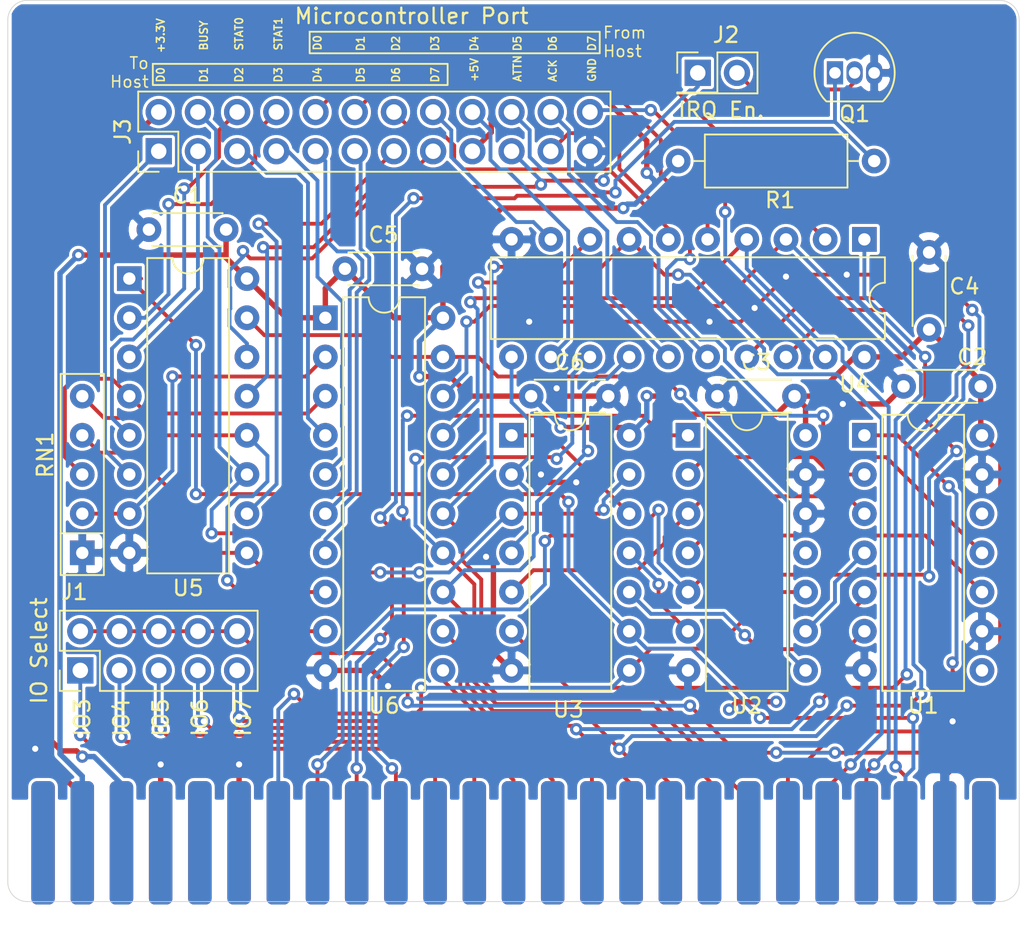
<source format=kicad_pcb>
(kicad_pcb (version 20211014) (generator pcbnew)
  (layers (0 "F.Cu" signal) (31 "B.Cu" signal) (34 "B.Paste" user) (35 "F.Paste" user) (36 "B.SilkS" user "B.Silkscreen") (37 "F.SilkS" user "F.Silkscreen") (38 "B.Mask" user) (39 "F.Mask" user) (44 "Edge.Cuts" user))
  (net 0 "")
  (net 2 "VCC")
  (net 3 "/IO_CS")
  (net 4 "/IN_ATTN")
  (net 5 "/IN_STATUS1")
  (net 6 "/IN_STATUS0")
  (net 7 "/IN_ACK")
  (net 8 "/OUT_D7")
  (net 9 "/OUT_D6")
  (net 10 "/OUT_D5")
  (net 11 "/IN_D7")
  (net 12 "/OUT_D4")
  (net 13 "/IN_D6")
  (net 14 "/OUT_D3")
  (net 15 "/IN_D5")
  (net 16 "/OUT_D2")
  (net 17 "/IN_D4")
  (net 18 "/OUT_D1")
  (net 19 "/IN_D3")
  (net 20 "/OUT_D0")
  (net 21 "/IN_D2")
  (net 22 "/BUSY")
  (net 23 "/IN_D1")
  (net 24 "/IN_D0")
  (net 25 "/HWR")
  (net 26 "/~{HRD}")
  (net 27 "/SEL_D7")
  (net 28 "/SEL_D6")
  (net 29 "/SEL_D1")
  (net 30 "/SEL_D0")
  (net 31 "/\\IO3")
  (net 32 "/\\IO4")
  (net 33 "/\\IO5")
  (net 34 "/\\IO6")
  (net 35 "/\\IO7")
  (net 36 "/+3.3V")
  (net 37 "/IRQB")
  (net 38 "/D7")
  (net 39 "/D3")
  (net 40 "/D6")
  (net 41 "/D2")
  (net 42 "/D5")
  (net 43 "/D1")
  (net 44 "/D4")
  (net 45 "/D0")
  (net 46 "/RESB")
  (net 47 "/A0")
  (net 48 "/RWB")
  (net 49 "/CLK")
  (net 50 "Net-(J2-Pad2)")
  (net 74 "Net-(U1-Pad6)")
  (net 76 "Net-(U1-Pad5)")
  (net 77 "Net-(U1-Pad4)")
  (net 78 "Net-(U1-Pad10)")
  (net 79 "Net-(U1-Pad3)")
  (net 80 "Net-(U1-Pad2)")
  (net 82 "Net-(U2-Pad6)")
  (net 83 "Net-(U3-Pad1)")
  (net 84 "GND")
  (footprint "Capacitor_THT:C_Disc_D4.3mm_W1.9mm_P5.00mm" (layer "F.Cu") (at 97.536 109.982 90)
    (fp_text reference "C4")
    (fp_text value "1uF")
  )
  (footprint "Capacitor_THT:C_Disc_D4.3mm_W1.9mm_P5.00mm" (layer "F.Cu") (at 71.755 114.3)
    (fp_text reference "C6")
    (fp_text value "1uF")
  )
  (footprint "Capacitor_THT:C_Disc_D4.3mm_W1.9mm_P5.00mm" (layer "F.Cu") (at 59.69 106.045)
    (fp_text reference "C5")
    (fp_text value "1uF")
  )
  (footprint "Capacitor_THT:C_Disc_D4.3mm_W1.9mm_P5.00mm" (layer "F.Cu") (at 46.99 103.505)
    (fp_text reference "C1")
    (fp_text value "1uF")
  )
  (footprint "Capacitor_THT:C_Disc_D4.3mm_W1.9mm_P5.00mm" (layer "F.Cu") (at 95.885 113.665)
    (fp_text reference "C2")
    (fp_text value "1uF")
  )
  (footprint "Capacitor_THT:C_Disc_D4.3mm_W1.9mm_P5.00mm" (layer "F.Cu") (at 83.82 114.3)
    (fp_text reference "C3")
    (fp_text value "1uF")
  )
  (footprint "Connector_PinHeader_2.54mm:PinHeader_2x05_P2.54mm_Vertical" (layer "F.Cu") (at 42.545 132.08 90)
    (fp_text reference "J1")
    (fp_text value "IO Select")
  )
  (footprint "Connector_PinHeader_2.54mm:PinHeader_2x01_P2.54mm_Vertical" (layer "F.Cu") (at 82.55 93.345)
    (fp_text reference "J2")
    (fp_text value "IRQ Enable")
  )
  (footprint "Connector_PinHeader_2.54mm:PinHeader_2x12_P2.54mm_Vertical" (layer "F.Cu") (at 47.625 98.425 90)
    (fp_text reference "J3")
    (fp_text value "Microcontroller Port")
  )
  (footprint "Package_TO_SOT_THT:TO-92_Inline" (layer "F.Cu") (at 91.44 93.345)
    (fp_text reference "Q1")
    (fp_text value "BS170")
  )
  (footprint "Resistor_THT:R_Axial_DIN0309_L9.0mm_D3.2mm_P12.70mm_Horizontal" (layer "F.Cu") (at 81.28 99.06)
    (fp_text reference "R1")
    (fp_text value "DNP")
  )
  (footprint "Package_DIP:DIP-20_W7.62mm" (layer "F.Cu") (at 93.345 104.14 -90)
    (fp_text reference "U4")
    (fp_text value "74AHC273")
  )
  (footprint "Package_DIP:DIP-20_W7.62mm" (layer "F.Cu") (at 58.42 109.22)
    (fp_text reference "U6")
    (fp_text value "74LS245")
  )
  (footprint "Package_DIP:DIP-14_W7.62mm" (layer "F.Cu") (at 93.345 116.84)
    (fp_text reference "U1")
    (fp_text value "74ACT04")
  )
  (footprint "Package_DIP:DIP-14_W7.62mm" (layer "F.Cu") (at 70.485 116.84)
    (fp_text reference "U3")
    (fp_text value "74ACT02")
  )
  (footprint "Package_DIP:DIP-16_W7.62mm" (layer "F.Cu") (at 45.72 106.68)
    (fp_text reference "U5")
    (fp_text value "74LS157")
  )
  (footprint "Package_DIP:DIP-14_W7.62mm" (layer "F.Cu") (at 81.915 116.84)
    (fp_text reference "U2")
    (fp_text value "74ACT00")
  )
  (footprint "Resistor_THT:R_Array_SIP5" (layer "F.Cu") (at 42.672 124.46 90)
    (fp_text reference "RN1")
    (fp_text value "25K")
  )
  (footprint "X16:X16_Card_Edge" (layer "F.Cu") (at 37.592 147.066)
    (fp_text reference "P1")
    (fp_text value "X16_Card_Edge")
  )
  (gr_rect (start 47.244 92.7608) (end 66.3448 94.1324) (layer "F.SilkS") (width 0.12) (fill none))
  (gr_rect (start 57.404 90.678) (end 76.2 92.075) (layer "F.SilkS") (width 0.12) (fill none))
  (gr_line (start 39.116 88.646) (end 102.108 88.646) (layer "Edge.Cuts") (width 0.05))
  (gr_line (start 102.108 147.066) (end 39.116 147.066) (layer "Edge.Cuts") (width 0.05))
  (gr_line (start 37.846 145.796) (end 37.846 89.916) (layer "Edge.Cuts") (width 0.05))
  (gr_arc (start 102.108 88.646) (mid 103.006026 89.017974) (end 103.378 89.916) (layer "Edge.Cuts") (width 0.05))
  (gr_arc (start 103.378 145.796) (mid 103.006026 146.694026) (end 102.108 147.066) (layer "Edge.Cuts") (width 0.05))
  (gr_arc (start 37.846 89.916) (mid 38.217974 89.017974) (end 39.116 88.646) (layer "Edge.Cuts") (width 0.05))
  (gr_arc (start 39.116 147.066) (mid 38.217974 146.694026) (end 37.846 145.796) (layer "Edge.Cuts") (width 0.05))
  (gr_line (start 103.378 145.796) (end 103.378 89.916) (layer "Edge.Cuts") (width 0.05))
  (gr_text "D3" (at 55.372 93.472 90) (layer "F.SilkS") (effects (font (size 0.5 0.5) (thickness 0.1))))
  (gr_text "D4" (at 57.912 93.472 90) (layer "F.SilkS") (effects (font (size 0.5 0.5) (thickness 0.1))))
  (gr_text "D5" (at 60.706 93.472 90) (layer "F.SilkS") (effects (font (size 0.5 0.5) (thickness 0.1))))
  (gr_text "D6" (at 62.992 93.472 90) (layer "F.SilkS") (effects (font (size 0.5 0.5) (thickness 0.1))))
  (gr_text "D7" (at 65.532 93.472 90) (layer "F.SilkS") (effects (font (size 0.5 0.5) (thickness 0.1))))
  (gr_text "+3.3V" (at 47.752 90.932 90) (layer "F.SilkS") (effects (font (size 0.5 0.5) (thickness 0.1))))
  (gr_text "BUSY" (at 50.546 91.948 90) (layer "F.SilkS") (effects (font (size 0.5 0.5) (thickness 0.1)) (justify left)))
  (gr_text "D0" (at 57.912 91.948 90) (layer "F.SilkS") (effects (font (size 0.5 0.5) (thickness 0.1)) (justify left)))
  (gr_text "D7" (at 75.692 91.44 90) (layer "F.SilkS") (effects (font (size 0.5 0.5) (thickness 0.1))))
  (gr_text "D5" (at 70.866 91.44 90) (layer "F.SilkS") (effects (font (size 0.5 0.5) (thickness 0.1))))
  (gr_text "D1" (at 60.706 91.44 90) (layer "F.SilkS") (effects (font (size 0.5 0.5) (thickness 0.1))))
  (gr_text "D4" (at 68.072 91.44 90) (layer "F.SilkS") (effects (font (size 0.5 0.5) (thickness 0.1))))
  (gr_text "D6" (at 73.152 91.44 90) (layer "F.SilkS") (effects (font (size 0.5 0.5) (thickness 0.1))))
  (gr_text "D3" (at 65.532 91.44 90) (layer "F.SilkS") (effects (font (size 0.5 0.5) (thickness 0.1))))
  (gr_text "D2" (at 62.992 91.44 90) (layer "F.SilkS") (effects (font (size 0.5 0.5) (thickness 0.1))))
  (gr_text "GND" (at 75.692 93.98 90) (layer "F.SilkS") (effects (font (size 0.5 0.5) (thickness 0.1)) (justify left)))
  (gr_text "IO7" (at 53.086 135.128 90) (layer "F.SilkS") (effects (font (size 1 1))))
  (gr_text "D2" (at 52.832 93.472 90) (layer "F.SilkS") (effects (font (size 0.5 0.5) (thickness 0.1))))
  (gr_text "To\nHost" (at 47.0408 93.3196) (layer "F.SilkS") (effects (font (size 0.75 0.75) (thickness 0.1)) (justify right)))
  (gr_text "ACK" (at 73.152 93.98 90) (layer "F.SilkS") (effects (font (size 0.5 0.5) (thickness 0.1)) (justify left)))
  (gr_text "IRQ En." (at 84.074 95.758) (layer "F.SilkS") (effects (font (size 1 1))))
  (gr_text "STAT0" (at 52.832 91.948 90) (layer "F.SilkS") (effects (font (size 0.5 0.5) (thickness 0.1)) (justify left)))
  (gr_text "+5V" (at 68.072 93.98 90) (layer "F.SilkS") (effects (font (size 0.5 0.5) (thickness 0.1)) (justify left)))
  (gr_text "IO Select" (at 39.878 130.81 90) (layer "F.SilkS") (effects (font (size 1 1))))
  (gr_text "IO4" (at 45.212 135.128 90) (layer "F.SilkS") (effects (font (size 1 1))))
  (gr_text "IO6" (at 50.292 135.128 90) (layer "F.SilkS") (effects (font (size 1 1))))
  (gr_text "D1" (at 50.546 93.472 90) (layer "F.SilkS") (effects (font (size 0.5 0.5) (thickness 0.1))))
  (gr_text "STAT1" (at 55.372 91.948 90) (layer "F.SilkS") (effects (font (size 0.5 0.5) (thickness 0.1)) (justify left)))
  (gr_text "ATTN" (at 70.866 93.98 90) (layer "F.SilkS") (effects (font (size 0.5 0.5) (thickness 0.1)) (justify left)))
  (gr_text "From\nHost" (at 76.3524 91.3384) (layer "F.SilkS") (effects (font (size 0.75 0.75) (thickness 0.1)) (justify left)))
  (gr_text "IO3" (at 42.672 135.128 90) (layer "F.SilkS") (effects (font (size 1 1))))
  (gr_text "D0" (at 47.752 93.472 90) (layer "F.SilkS") (effects (font (size 0.5 0.5) (thickness 0.1))))
  (gr_text "IO5" (at 47.752 135.128 90) (layer "F.SilkS") (effects (font (size 1 1))))
  (segment (start 84.582 134.62) (end 85.09 134.112) (width 0.35) (layer "F.Cu") (net 0))
  (segment (start 85.09 134.112) (end 87.63 134.112) (width 0.35) (layer "F.Cu") (net 0))
  (via (at 84.582 134.62) (size 0.8) (drill 0.4) (layers "F.Cu" "B.Cu") (net 0))
  (via (at 87.63 134.112) (size 0.8) (drill 0.4) (layers "F.Cu" "B.Cu") (net 0))
  (segment (start 79.248 114.3) (end 79.248 114.3) (width 0.35) (layer "F.Cu") (net 2))
  (segment (start 67.945 98.425) (end 69.170001 97.199999) (width 0.35) (layer "F.Cu") (net 2))
  (segment (start 69.170001 95.386997) (end 69.896999 94.659999) (width 0.35) (layer "F.Cu") (net 2))
  (segment (start 73.66 116.332) (end 77.597 116.332) (width 0.35) (layer "F.Cu") (net 2))
  (segment (start 51.99 105.33) (end 53.34 106.68) (width 0.35) (layer "F.Cu") (net 2))
  (segment (start 102.190001 135.299999) (end 102.190001 118.065001) (width 0.35) (layer "F.Cu") (net 2))
  (segment (start 58.42 109.22) (end 58.42 107.315) (width 0.35) (layer "F.Cu") (net 2))
  (segment (start 42.418 105.156) (end 51.816 105.156) (width 0.35) (layer "F.Cu") (net 2))
  (segment (start 58.42 109.22) (end 55.88 109.22) (width 0.35) (layer "F.Cu") (net 2))
  (segment (start 100.885 113.331) (end 100.885 113.665) (width 0.35) (layer "F.Cu") (net 2))
  (segment (start 92.71 111.76) (end 93.345 111.76) (width 0.35) (layer "F.Cu") (net 2))
  (segment (start 81.257121 115.475001) (end 80.08212 114.3) (width 0.35) (layer "F.Cu") (net 2))
  (segment (start 66.509002 113.03) (end 64.516 113.03) (width 0.35) (layer "F.Cu") (net 2))
  (segment (start 69.896999 94.659999) (end 76.153001 94.659999) (width 0.35) (layer "F.Cu") (net 2))
  (segment (start 69.85 102.108) (end 66.04 105.918) (width 0.35) (layer "F.Cu") (net 2))
  (segment (start 102.190001 118.065001) (end 100.965 116.84) (width 0.35) (layer "F.Cu") (net 2))
  (segment (start 87.644999 115.475001) (end 81.257121 115.475001) (width 0.35) (layer "F.Cu") (net 2))
  (segment (start 77.597 116.332) (end 78.105 116.84) (width 0.35) (layer "F.Cu") (net 2))
  (segment (start 100.885 116.76) (end 100.965 116.84) (width 0.35) (layer "F.Cu") (net 2))
  (segment (start 71.755 114.3) (end 67.779002 114.3) (width 0.35) (layer "F.Cu") (net 2))
  (segment (start 62.865 109.22) (end 59.69 106.045) (width 0.35) (layer "F.Cu") (net 2))
  (segment (start 67.779002 114.3) (end 66.509002 113.03) (width 0.35) (layer "F.Cu") (net 2))
  (segment (start 76.153001 94.659999) (end 79.248 97.754998) (width 0.35) (layer "F.Cu") (net 2))
  (segment (start 55.88 109.22) (end 53.34 106.68) (width 0.35) (layer "F.Cu") (net 2))
  (segment (start 98.552 143.256) (end 98.552 138.938) (width 0.35) (layer "F.Cu") (net 2))
  (segment (start 51.816 105.156) (end 51.99 105.33) (width 0.35) (layer "F.Cu") (net 2))
  (segment (start 97.536 109.982) (end 100.885 113.331) (width 0.35) (layer "F.Cu") (net 2))
  (segment (start 90.17 114.3) (end 92.71 111.76) (width 0.35) (layer "F.Cu") (net 2))
  (segment (start 89.535 115.015) (end 88.82 114.3) (width 0.35) (layer "F.Cu") (net 2))
  (segment (start 100.885 113.665) (end 100.885 116.76) (width 0.35) (layer "F.Cu") (net 2))
  (segment (start 88.82 114.3) (end 90.17 114.3) (width 0.35) (layer "F.Cu") (net 2))
  (segment (start 51.99 103.505) (end 51.99 105.33) (width 0.35) (layer "F.Cu") (net 2))
  (segment (start 79.248 97.754998) (end 79.248 99.822) (width 0.35) (layer "F.Cu") (net 2))
  (segment (start 98.552 138.938) (end 102.190001 135.299999) (width 0.35) (layer "F.Cu") (net 2))
  (segment (start 66.04 109.22) (end 62.865 109.22) (width 0.35) (layer "F.Cu") (net 2))
  (segment (start 89.535 116.84) (end 89.535 115.015) (width 0.35) (layer "F.Cu") (net 2))
  (segment (start 77.724 102.108) (end 69.85 102.108) (width 0.35) (layer "F.Cu") (net 2))
  (segment (start 69.170001 97.199999) (end 69.170001 95.386997) (width 0.35) (layer "F.Cu") (net 2))
  (segment (start 58.42 107.315) (end 59.69 106.045) (width 0.35) (layer "F.Cu") (net 2))
  (segment (start 88.82 114.3) (end 87.644999 115.475001) (width 0.35) (layer "F.Cu") (net 2))
  (segment (start 66.04 105.918) (end 66.04 109.22) (width 0.35) (layer "F.Cu") (net 2))
  (segment (start 93.345 111.76) (end 95.758 111.76) (width 0.35) (layer "F.Cu") (net 2))
  (segment (start 95.758 111.76) (end 97.536 109.982) (width 0.35) (layer "F.Cu") (net 2))
  (segment (start 80.08212 114.3) (end 79.248 114.3) (width 0.35) (layer "F.Cu") (net 2))
  (via (at 73.66 116.332) (size 0.8) (drill 0.4) (layers "F.Cu" "B.Cu") (net 2))
  (via (at 42.418 105.156) (size 0.8) (drill 0.4) (layers "F.Cu" "B.Cu") (net 2))
  (via (at 79.248 114.3) (size 0.8) (drill 0.4) (layers "F.Cu" "B.Cu") (net 2))
  (via (at 77.724 102.108) (size 0.8) (drill 0.4) (layers "F.Cu" "B.Cu") (net 2))
  (via (at 64.516 113.03) (size 0.8) (drill 0.4) (layers "F.Cu" "B.Cu") (net 2))
  (via (at 79.248 99.822) (size 0.8) (drill 0.4) (layers "F.Cu" "B.Cu") (net 2))
  (segment (start 42.418 105.156) (end 42.418 105.156) (width 0.35) (layer "B.Cu") (net 2))
  (segment (start 73.66 116.332) (end 73.66 116.332) (width 0.35) (layer "B.Cu") (net 2))
  (segment (start 79.248 115.697) (end 78.105 116.84) (width 0.35) (layer "B.Cu") (net 2))
  (segment (start 71.755 114.3) (end 73.66 116.205) (width 0.35) (layer "B.Cu") (net 2))
  (segment (start 79.248 114.3) (end 79.248 115.697) (width 0.35) (layer "B.Cu") (net 2))
  (segment (start 79.756 100.33) (end 79.756 100.584) (width 0.35) (layer "B.Cu") (net 2))
  (segment (start 78.486 101.854) (end 77.978 101.854) (width 0.35) (layer "B.Cu") (net 2))
  (segment (start 73.66 116.205) (end 73.66 116.332) (width 0.35) (layer "B.Cu") (net 2))
  (segment (start 41.230001 106.343999) (end 42.418 105.156) (width 0.35) (layer "B.Cu") (net 2))
  (segment (start 66.04 109.22) (end 64.516 110.744) (width 0.35) (layer "B.Cu") (net 2))
  (segment (start 64.516 110.744) (end 64.516 113.03) (width 0.35) (layer "B.Cu") (net 2))
  (segment (start 78.486 101.854) (end 79.756 100.584) (width 0.35) (layer "B.Cu") (net 2))
  (segment (start 42.672 143.256) (end 42.672 138.938) (width 0.35) (layer "B.Cu") (net 2))
  (segment (start 42.672 138.938) (end 41.230001 137.496001) (width 0.35) (layer "B.Cu") (net 2))
  (segment (start 79.248 99.822) (end 79.756 100.33) (width 0.35) (layer "B.Cu") (net 2))
  (segment (start 79.756 100.584) (end 81.28 99.06) (width 0.35) (layer "B.Cu") (net 2))
  (segment (start 77.978 101.854) (end 77.724 102.108) (width 0.35) (layer "B.Cu") (net 2))
  (segment (start 41.230001 137.496001) (end 41.230001 106.343999) (width 0.35) (layer "B.Cu") (net 2))
  (segment (start 98.806 120.142) (end 98.806 120.142) (width 0.25) (layer "F.Cu") (net 3))
  (segment (start 87.63 137.414) (end 87.63 137.414) (width 0.25) (layer "F.Cu") (net 3))
  (segment (start 63.754 132.842) (end 63.754 134.14899) (width 0.25) (layer "F.Cu") (net 3))
  (segment (start 85.09 137.414) (end 82.042 134.366) (width 0.25) (layer "F.Cu") (net 3))
  (segment (start 100.039002 133.116687) (end 100.039002 135.984002) (width 0.25) (layer "F.Cu") (net 3))
  (segment (start 45.085 129.54) (end 47.625 129.54) (width 0.25) (layer "F.Cu") (net 3))
  (segment (start 93.345 116.84) (end 95.504 116.84) (width 0.25) (layer "F.Cu") (net 3))
  (segment (start 98.609004 137.414) (end 91.44 137.414) (width 0.25) (layer "F.Cu") (net 3))
  (segment (start 50.165 129.54) (end 52.705 129.54) (width 0.25) (layer "F.Cu") (net 3))
  (segment (start 42.545 129.54) (end 45.085 129.54) (width 0.25) (layer "F.Cu") (net 3))
  (segment (start 54.119999 130.954999) (end 61.866999 130.954999) (width 0.25) (layer "F.Cu") (net 3))
  (segment (start 87.63 137.414) (end 85.09 137.414) (width 0.25) (layer "F.Cu") (net 3))
  (segment (start 99.06 132.137685) (end 100.039002 133.116687) (width 0.25) (layer "F.Cu") (net 3))
  (segment (start 61.866999 130.954999) (end 63.754 132.842) (width 0.25) (layer "F.Cu") (net 3))
  (segment (start 47.625 129.54) (end 50.165 129.54) (width 0.25) (layer "F.Cu") (net 3))
  (segment (start 99.06 131.572) (end 99.06 132.137685) (width 0.25) (layer "F.Cu") (net 3))
  (segment (start 95.504 116.84) (end 98.806 120.142) (width 0.25) (layer "F.Cu") (net 3))
  (segment (start 52.705 129.54) (end 54.119999 130.954999) (width 0.25) (layer "F.Cu") (net 3))
  (segment (start 100.039002 135.984002) (end 98.609004 137.414) (width 0.25) (layer "F.Cu") (net 3))
  (via (at 98.806 120.142) (size 0.8) (drill 0.4) (layers "F.Cu" "B.Cu") (net 3))
  (via (at 99.06 131.572) (size 0.8) (drill 0.4) (layers "F.Cu" "B.Cu") (net 3))
  (via (at 87.63 137.414) (size 0.8) (drill 0.4) (layers "F.Cu" "B.Cu") (net 3))
  (via (at 63.754 134.14899) (size 0.8) (drill 0.4) (layers "F.Cu" "B.Cu") (net 3))
  (via (at 82.042 134.366) (size 0.8) (drill 0.4) (layers "F.Cu" "B.Cu") (net 3))
  (via (at 91.44 137.414) (size 0.8) (drill 0.4) (layers "F.Cu" "B.Cu") (net 3))
  (segment (start 99.314 131.318) (end 99.06 131.572) (width 0.25) (layer "B.Cu") (net 3))
  (segment (start 63.97101 134.366) (end 63.754 134.14899) (width 0.25) (layer "B.Cu") (net 3))
  (segment (start 99.314 120.65) (end 99.314 131.318) (width 0.25) (layer "B.Cu") (net 3))
  (segment (start 87.63 137.414) (end 91.44 137.414) (width 0.25) (layer "B.Cu") (net 3))
  (segment (start 98.806 120.142) (end 99.314 120.65) (width 0.25) (layer "B.Cu") (net 3))
  (segment (start 82.042 134.366) (end 63.97101 134.366) (width 0.25) (layer "B.Cu") (net 3))
  (segment (start 71.990001 100.729999) (end 62.212411 100.729999) (width 0.25) (layer "F.Cu") (net 4))
  (segment (start 72.39 100.33) (end 71.990001 100.729999) (width 0.25) (layer "F.Cu") (net 4))
  (segment (start 76.454 100.33) (end 72.39 100.33) (width 0.25) (layer "F.Cu") (net 4))
  (segment (start 62.212411 100.729999) (end 57.569409 105.373001) (width 0.25) (layer "F.Cu") (net 4))
  (segment (start 57.569409 105.373001) (end 53.557001 105.373001) (width 0.25) (layer "F.Cu") (net 4))
  (segment (start 53.557001 105.373001) (end 53.086 104.902) (width 0.25) (layer "F.Cu") (net 4))
  (segment (start 72.644 100.584) (end 72.39 100.33) (width 0.25) (layer "F.Cu") (net 4))
  (via (at 53.086 104.902) (size 0.8) (drill 0.4) (layers "F.Cu" "B.Cu") (net 4))
  (via (at 72.39 100.584) (size 0.8) (drill 0.4) (layers "F.Cu" "B.Cu") (net 4))
  (via (at 76.454 100.33) (size 0.8) (drill 0.4) (layers "F.Cu" "B.Cu") (net 4))
  (segment (start 72.39 100.33) (end 72.39 100.33) (width 0.25) (layer "B.Cu") (net 4))
  (segment (start 53.34 111.76) (end 53.34 110.885002) (width 0.25) (layer "B.Cu") (net 4))
  (segment (start 82.042 94.488) (end 76.454 100.076) (width 0.25) (layer "B.Cu") (net 4))
  (segment (start 82.55 93.345) (end 82.55 94.234) (width 0.25) (layer "B.Cu") (net 4))
  (segment (start 53.34 110.885002) (end 52.214999 109.760001) (width 0.25) (layer "B.Cu") (net 4))
  (segment (start 52.214999 108.679999) (end 52.266011 108.628987) (width 0.25) (layer "B.Cu") (net 4))
  (segment (start 76.454 100.076) (end 76.454 100.33) (width 0.25) (layer "B.Cu") (net 4))
  (segment (start 53.086 105.268998) (end 53.086 104.902) (width 0.25) (layer "B.Cu") (net 4))
  (segment (start 82.296 94.488) (end 82.042 94.488) (width 0.25) (layer "B.Cu") (net 4))
  (segment (start 70.485 98.425) (end 72.39 100.33) (width 0.25) (layer "B.Cu") (net 4))
  (segment (start 52.214999 109.760001) (end 52.214999 108.679999) (width 0.25) (layer "B.Cu") (net 4))
  (segment (start 82.55 94.234) (end 82.296 94.488) (width 0.25) (layer "B.Cu") (net 4))
  (segment (start 52.266011 108.628987) (end 52.266011 107.271013) (width 0.25) (layer "B.Cu") (net 4))
  (segment (start 52.214999 106.139999) (end 53.086 105.268998) (width 0.25) (layer "B.Cu") (net 4))
  (segment (start 52.266011 107.271013) (end 52.214999 107.220001) (width 0.25) (layer "B.Cu") (net 4))
  (segment (start 52.214999 107.220001) (end 52.214999 106.139999) (width 0.25) (layer "B.Cu") (net 4))
  (segment (start 51.015002 101.854) (end 53.880001 98.989001) (width 0.25) (layer "F.Cu") (net 5))
  (segment (start 49.022 101.854) (end 51.015002 101.854) (width 0.25) (layer "F.Cu") (net 5))
  (segment (start 49.022 101.854) (end 48.26 101.854) (width 0.25) (layer "F.Cu") (net 5))
  (segment (start 53.880001 98.989001) (end 53.880001 97.249999) (width 0.25) (layer "F.Cu") (net 5))
  (segment (start 53.880001 97.249999) (end 55.245 95.885) (width 0.25) (layer "F.Cu") (net 5))
  (via (at 48.26 101.854) (size 0.8) (drill 0.4) (layers "F.Cu" "B.Cu") (net 5))
  (segment (start 48.26 107.696) (end 46.736 109.22) (width 0.25) (layer "B.Cu") (net 5))
  (segment (start 48.26 101.854) (end 48.26 107.696) (width 0.25) (layer "B.Cu") (net 5))
  (segment (start 46.736 109.22) (end 45.72 109.22) (width 0.25) (layer "B.Cu") (net 5))
  (segment (start 49.276 100.838) (end 49.276 100.838) (width 0.25) (layer "F.Cu") (net 6))
  (segment (start 51.529999 98.799003) (end 49.491002 100.838) (width 0.25) (layer "F.Cu") (net 6))
  (segment (start 52.705 95.885) (end 51.529999 97.060001) (width 0.25) (layer "F.Cu") (net 6))
  (segment (start 49.491002 100.838) (end 49.276 100.838) (width 0.25) (layer "F.Cu") (net 6))
  (segment (start 51.529999 97.060001) (end 51.529999 98.799003) (width 0.25) (layer "F.Cu") (net 6))
  (via (at 49.276 100.838) (size 0.8) (drill 0.4) (layers "F.Cu" "B.Cu") (net 6))
  (segment (start 45.970003 110.634999) (end 45.179999 110.634999) (width 0.25) (layer "B.Cu") (net 6))
  (segment (start 45.179999 110.634999) (end 44.594999 111.219999) (width 0.25) (layer "B.Cu") (net 6))
  (segment (start 49.276 107.329002) (end 45.970003 110.634999) (width 0.25) (layer "B.Cu") (net 6))
  (segment (start 44.594999 115.714999) (end 45.72 116.84) (width 0.25) (layer "B.Cu") (net 6))
  (segment (start 49.276 100.838) (end 49.276 107.329002) (width 0.25) (layer "B.Cu") (net 6))
  (segment (start 44.594999 111.219999) (end 44.594999 115.714999) (width 0.25) (layer "B.Cu") (net 6))
  (segment (start 82.042 105.41) (end 82.042 105.41) (width 0.25) (layer "F.Cu") (net 7))
  (segment (start 80.924 103.014999) (end 81.185001 103.014999) (width 0.25) (layer "F.Cu") (net 7))
  (segment (start 81.770001 103.599999) (end 81.770001 103.861) (width 0.25) (layer "F.Cu") (net 7))
  (segment (start 81.185001 103.014999) (end 81.770001 103.599999) (width 0.25) (layer "F.Cu") (net 7))
  (segment (start 73.025 98.425) (end 74.200001 97.249999) (width 0.25) (layer "F.Cu") (net 7))
  (segment (start 92.543314 118.254999) (end 90.678 116.389685) (width 0.25) (layer "F.Cu") (net 7))
  (segment (start 94.759999 118.254999) (end 92.543314 118.254999) (width 0.25) (layer "F.Cu") (net 7))
  (segment (start 81.770001 103.861) (end 82.042 104.132999) (width 0.25) (layer "F.Cu") (net 7))
  (segment (start 82.042 104.132999) (end 82.042 105.41) (width 0.25) (layer "F.Cu") (net 7))
  (segment (start 100.965 124.46) (end 94.759999 118.254999) (width 0.25) (layer "F.Cu") (net 7))
  (segment (start 74.200001 97.249999) (end 76.929999 97.249999) (width 0.25) (layer "F.Cu") (net 7))
  (segment (start 77.47 99.560999) (end 80.924 103.014999) (width 0.25) (layer "F.Cu") (net 7))
  (segment (start 90.678 116.389685) (end 90.678 115.569986) (width 0.25) (layer "F.Cu") (net 7))
  (segment (start 76.929999 97.249999) (end 77.47 97.79) (width 0.25) (layer "F.Cu") (net 7))
  (segment (start 77.47 97.79) (end 77.47 99.560999) (width 0.25) (layer "F.Cu") (net 7))
  (via (at 90.678 115.569986) (size 0.8) (drill 0.4) (layers "F.Cu" "B.Cu") (net 7))
  (via (at 82.042 105.41) (size 0.8) (drill 0.4) (layers "F.Cu" "B.Cu") (net 7))
  (segment (start 80.554999 106.077999) (end 80.554999 108.493589) (width 0.25) (layer "B.Cu") (net 7))
  (segment (start 82.696409 110.634999) (end 83.725001 110.634999) (width 0.25) (layer "B.Cu") (net 7))
  (segment (start 81.222998 105.41) (end 80.554999 106.077999) (width 0.25) (layer "B.Cu") (net 7))
  (segment (start 82.042 105.41) (end 81.222998 105.41) (width 0.25) (layer "B.Cu") (net 7))
  (segment (start 80.554999 108.493589) (end 82.696409 110.634999) (width 0.25) (layer "B.Cu") (net 7))
  (segment (start 83.725001 110.634999) (end 84.310001 111.219999) (width 0.25) (layer "B.Cu") (net 7))
  (segment (start 84.310001 111.219999) (end 84.310001 112.010003) (width 0.25) (layer "B.Cu") (net 7))
  (segment (start 84.310001 112.010003) (end 87.869984 115.569986) (width 0.25) (layer "B.Cu") (net 7))
  (segment (start 87.869984 115.569986) (end 90.678 115.569986) (width 0.25) (layer "B.Cu") (net 7))
  (segment (start 79.502 95.758) (end 79.502 95.758) (width 0.25) (layer "F.Cu") (net 8))
  (segment (start 84.328 100.442998) (end 79.643002 95.758) (width 0.25) (layer "F.Cu") (net 8))
  (segment (start 84.328 102.362) (end 84.328 100.442998) (width 0.25) (layer "F.Cu") (net 8))
  (segment (start 79.643002 95.758) (end 79.502 95.758) (width 0.25) (layer "F.Cu") (net 8))
  (via (at 84.328 102.362) (size 0.8) (drill 0.4) (layers "F.Cu" "B.Cu") (net 8))
  (via (at 79.502 95.758) (size 0.8) (drill 0.4) (layers "F.Cu" "B.Cu") (net 8))
  (segment (start 84.328 102.362) (end 84.328 102.362) (width 0.25) (layer "B.Cu") (net 8))
  (segment (start 90.805 111.76) (end 84.328 105.283) (width 0.25) (layer "B.Cu") (net 8))
  (segment (start 84.328 105.283) (end 84.328 102.362) (width 0.25) (layer "B.Cu") (net 8))
  (segment (start 75.692 95.758) (end 75.565 95.885) (width 0.25) (layer "B.Cu") (net 8))
  (segment (start 79.502 95.758) (end 75.692 95.758) (width 0.25) (layer "B.Cu") (net 8))
  (segment (start 79.519999 103.889997) (end 78.645001 103.014999) (width 0.25) (layer "B.Cu") (net 9))
  (segment (start 77.303997 103.014999) (end 74.200001 99.911003) (width 0.25) (layer "B.Cu") (net 9))
  (segment (start 74.200001 99.911003) (end 74.200001 97.060001) (width 0.25) (layer "B.Cu") (net 9))
  (segment (start 80.01 105.170002) (end 79.519999 104.680001) (width 0.25) (layer "B.Cu") (net 9))
  (segment (start 78.645001 103.014999) (end 77.303997 103.014999) (width 0.25) (layer "B.Cu") (net 9))
  (segment (start 74.200001 97.060001) (end 73.025 95.885) (width 0.25) (layer "B.Cu") (net 9))
  (segment (start 83.185 111.76) (end 80.01 108.585) (width 0.25) (layer "B.Cu") (net 9))
  (segment (start 80.01 108.585) (end 80.01 105.170002) (width 0.25) (layer "B.Cu") (net 9))
  (segment (start 79.519999 104.680001) (end 79.519999 103.889997) (width 0.25) (layer "B.Cu") (net 9))
  (segment (start 76.690001 103.599999) (end 72.690003 99.600001) (width 0.25) (layer "B.Cu") (net 10))
  (segment (start 71.660001 97.060001) (end 70.485 95.885) (width 0.25) (layer "B.Cu") (net 10))
  (segment (start 80.645 111.76) (end 76.690001 107.805001) (width 0.25) (layer "B.Cu") (net 10))
  (segment (start 76.690001 107.805001) (end 76.690001 103.599999) (width 0.25) (layer "B.Cu") (net 10))
  (segment (start 72.460999 99.600001) (end 71.660001 98.799003) (width 0.25) (layer "B.Cu") (net 10))
  (segment (start 72.690003 99.600001) (end 72.460999 99.600001) (width 0.25) (layer "B.Cu") (net 10))
  (segment (start 71.660001 98.799003) (end 71.660001 97.060001) (width 0.25) (layer "B.Cu") (net 10))
  (segment (start 57.658 104.648) (end 54.39299 104.648) (width 0.25) (layer "F.Cu") (net 11))
  (segment (start 62.23 100.076) (end 57.658 104.648) (width 0.25) (layer "F.Cu") (net 11))
  (segment (start 65.405 98.425) (end 63.754 100.076) (width 0.25) (layer "F.Cu") (net 11))
  (segment (start 63.754 100.076) (end 62.23 100.076) (width 0.25) (layer "F.Cu") (net 11))
  (via (at 54.39299 104.648) (size 0.8) (drill 0.4) (layers "F.Cu" "B.Cu") (net 11))
  (segment (start 53.34 114.3) (end 54.64699 112.99301) (width 0.25) (layer "B.Cu") (net 11))
  (segment (start 54.64699 104.902) (end 54.39299 104.648) (width 0.25) (layer "B.Cu") (net 11))
  (segment (start 54.64699 112.99301) (end 54.64699 104.902) (width 0.25) (layer "B.Cu") (net 11))
  (segment (start 69.731001 99.600001) (end 69.120001 98.989001) (width 0.25) (layer "B.Cu") (net 12))
  (segment (start 69.120001 98.989001) (end 69.120001 97.060001) (width 0.25) (layer "B.Cu") (net 12))
  (segment (start 69.120001 97.060001) (end 67.945 95.885) (width 0.25) (layer "B.Cu") (net 12))
  (segment (start 73.025 111.76) (end 74.150001 110.634999) (width 0.25) (layer "B.Cu") (net 12))
  (segment (start 74.150001 110.634999) (end 74.150001 103.599999) (width 0.25) (layer "B.Cu") (net 12))
  (segment (start 70.150003 99.600001) (end 69.731001 99.600001) (width 0.25) (layer "B.Cu") (net 12))
  (segment (start 74.150001 103.599999) (end 70.150003 99.600001) (width 0.25) (layer "B.Cu") (net 12))
  (segment (start 62.865 98.425) (end 58.166 103.124) (width 0.25) (layer "F.Cu") (net 13))
  (segment (start 58.166 103.124) (end 54.102 103.124) (width 0.25) (layer "F.Cu") (net 13))
  (via (at 54.102 103.124) (size 0.8) (drill 0.4) (layers "F.Cu" "B.Cu") (net 13))
  (segment (start 55.263999 119.996001) (end 55.263999 104.285999) (width 0.25) (layer "B.Cu") (net 13))
  (segment (start 55.263999 104.285999) (end 54.102 103.124) (width 0.25) (layer "B.Cu") (net 13))
  (segment (start 53.34 121.92) (end 55.263999 119.996001) (width 0.25) (layer "B.Cu") (net 13))
  (segment (start 66.580001 98.799003) (end 66.580001 97.060001) (width 0.25) (layer "B.Cu") (net 14))
  (segment (start 70.795997 103.014999) (end 66.580001 98.799003) (width 0.25) (layer "B.Cu") (net 14))
  (segment (start 73.025 104.14) (end 71.899999 103.014999) (width 0.25) (layer "B.Cu") (net 14))
  (segment (start 66.580001 97.060001) (end 65.405 95.885) (width 0.25) (layer "B.Cu") (net 14))
  (segment (start 71.899999 103.014999) (end 70.795997 103.014999) (width 0.25) (layer "B.Cu") (net 14))
  (segment (start 61.265012 105.318599) (end 61.265012 106.771401) (width 0.25) (layer "B.Cu") (net 15))
  (segment (start 60.706 98.806) (end 60.706 104.759588) (width 0.25) (layer "B.Cu") (net 15))
  (segment (start 60.451998 120.524412) (end 59.545001 121.431409) (width 0.25) (layer "B.Cu") (net 15))
  (segment (start 59.545001 122.460001) (end 58.42 123.585002) (width 0.25) (layer "B.Cu") (net 15))
  (segment (start 58.42 123.585002) (end 58.42 124.46) (width 0.25) (layer "B.Cu") (net 15))
  (segment (start 61.265012 106.771401) (end 60.452 107.584413) (width 0.25) (layer "B.Cu") (net 15))
  (segment (start 60.706 104.759588) (end 61.265012 105.318599) (width 0.25) (layer "B.Cu") (net 15))
  (segment (start 60.325 98.425) (end 60.706 98.806) (width 0.25) (layer "B.Cu") (net 15))
  (segment (start 60.452 107.584413) (end 60.451998 120.524412) (width 0.25) (layer "B.Cu") (net 15))
  (segment (start 59.545001 121.431409) (end 59.545001 122.460001) (width 0.25) (layer "B.Cu") (net 15))
  (segment (start 66.769999 98.050997) (end 66.769999 98.989001) (width 0.25) (layer "F.Cu") (net 16))
  (segment (start 65.779003 97.060001) (end 66.769999 98.050997) (width 0.25) (layer "F.Cu") (net 16))
  (segment (start 67.380999 99.600001) (end 76.797003 99.600001) (width 0.25) (layer "F.Cu") (net 16))
  (segment (start 76.797003 99.600001) (end 80.645 103.447998) (width 0.25) (layer "F.Cu") (net 16))
  (segment (start 80.645 103.447998) (end 80.645 104.14) (width 0.25) (layer "F.Cu") (net 16))
  (segment (start 62.865 95.885) (end 64.040001 97.060001) (width 0.25) (layer "F.Cu") (net 16))
  (segment (start 66.769999 98.989001) (end 67.380999 99.600001) (width 0.25) (layer "F.Cu") (net 16))
  (segment (start 64.040001 97.060001) (end 65.779003 97.060001) (width 0.25) (layer "F.Cu") (net 16))
  (segment (start 58.42 99.06) (end 58.42 104.14) (width 0.25) (layer "B.Cu") (net 17))
  (segment (start 60.001989 120.338011) (end 58.42 121.92) (width 0.25) (layer "B.Cu") (net 17))
  (segment (start 58.42 104.14) (end 59.199999 104.919999) (width 0.25) (layer "B.Cu") (net 17))
  (segment (start 59.199999 104.919999) (end 60.230001 104.919999) (width 0.25) (layer "B.Cu") (net 17))
  (segment (start 60.230001 104.919999) (end 60.815001 105.504999) (width 0.25) (layer "B.Cu") (net 17))
  (segment (start 60.815001 105.504999) (end 60.815001 106.585001) (width 0.25) (layer "B.Cu") (net 17))
  (segment (start 57.785 98.425) (end 58.42 99.06) (width 0.25) (layer "B.Cu") (net 17))
  (segment (start 60.815001 106.585001) (end 60.001989 107.398013) (width 0.25) (layer "B.Cu") (net 17))
  (segment (start 60.001989 107.398013) (end 60.001989 120.338011) (width 0.25) (layer "B.Cu") (net 17))
  (segment (start 62.23 93.98) (end 76.454 93.98) (width 0.25) (layer "F.Cu") (net 18))
  (segment (start 60.325 95.885) (end 62.23 93.98) (width 0.25) (layer "F.Cu") (net 18))
  (segment (start 80.154999 99.966999) (end 83.185 102.997) (width 0.25) (layer "F.Cu") (net 18))
  (segment (start 83.185 102.997) (end 83.185 104.14) (width 0.25) (layer "F.Cu") (net 18))
  (segment (start 76.454 93.98) (end 80.154999 97.680999) (width 0.25) (layer "F.Cu") (net 18))
  (segment (start 80.154999 97.680999) (end 80.154999 99.966999) (width 0.25) (layer "F.Cu") (net 18))
  (segment (start 59.493989 111.168987) (end 59.545001 111.219999) (width 0.25) (layer "B.Cu") (net 19))
  (segment (start 59.545001 111.219999) (end 59.545001 112.300001) (width 0.25) (layer "B.Cu") (net 19))
  (segment (start 59.493989 112.351013) (end 59.493989 113.708987) (width 0.25) (layer "B.Cu") (net 19))
  (segment (start 59.545001 110.280001) (end 59.493989 110.331013) (width 0.25) (layer "B.Cu") (net 19))
  (segment (start 59.545001 113.759999) (end 59.545001 114.840001) (width 0.25) (layer "B.Cu") (net 19))
  (segment (start 59.545001 112.300001) (end 59.493989 112.351013) (width 0.25) (layer "B.Cu") (net 19))
  (segment (start 59.493989 116.248987) (end 59.545001 116.299999) (width 0.25) (layer "B.Cu") (net 19))
  (segment (start 57.912 106.568413) (end 59.545001 108.201414) (width 0.25) (layer "B.Cu") (net 19))
  (segment (start 59.545001 116.299999) (end 59.545001 118.254999) (width 0.25) (layer "B.Cu") (net 19))
  (segment (start 56.007 98.425) (end 57.912 100.33) (width 0.25) (layer "B.Cu") (net 19))
  (segment (start 59.493989 113.708987) (end 59.545001 113.759999) (width 0.25) (layer "B.Cu") (net 19))
  (segment (start 57.912 100.33) (end 57.912 106.568413) (width 0.25) (layer "B.Cu") (net 19))
  (segment (start 59.493989 114.891013) (end 59.493989 116.248987) (width 0.25) (layer "B.Cu") (net 19))
  (segment (start 55.245 98.425) (end 56.007 98.425) (width 0.25) (layer "B.Cu") (net 19))
  (segment (start 59.545001 118.254999) (end 59.219999 118.580001) (width 0.25) (layer "B.Cu") (net 19))
  (segment (start 59.545001 114.840001) (end 59.493989 114.891013) (width 0.25) (layer "B.Cu") (net 19))
  (segment (start 59.493989 110.331013) (end 59.493989 111.168987) (width 0.25) (layer "B.Cu") (net 19))
  (segment (start 59.545001 108.201414) (end 59.545001 110.280001) (width 0.25) (layer "B.Cu") (net 19))
  (segment (start 59.219999 118.580001) (end 58.42 119.38) (width 0.25) (layer "B.Cu") (net 19))
  (segment (start 57.785 95.885) (end 60.452 93.218) (width 0.25) (layer "F.Cu") (net 20))
  (segment (start 60.452 93.218) (end 79.883 93.218) (width 0.25) (layer "F.Cu") (net 20))
  (segment (start 79.883 93.218) (end 90.805 104.14) (width 0.25) (layer "F.Cu") (net 20))
  (segment (start 57.294999 100.474999) (end 57.294999 115.714999) (width 0.25) (layer "B.Cu") (net 21))
  (segment (start 52.705 98.425) (end 53.213 98.425) (width 0.25) (layer "B.Cu") (net 21))
  (segment (start 54.61 99.822) (end 56.642 99.822) (width 0.25) (layer "B.Cu") (net 21))
  (segment (start 57.294999 115.714999) (end 58.42 116.84) (width 0.25) (layer "B.Cu") (net 21))
  (segment (start 56.642 99.822) (end 57.294999 100.474999) (width 0.25) (layer "B.Cu") (net 21))
  (segment (start 53.213 98.425) (end 54.61 99.822) (width 0.25) (layer "B.Cu") (net 21))
  (segment (start 51.054 123.19) (end 51.054 123.19) (width 0.25) (layer "F.Cu") (net 22))
  (segment (start 55.484998 123.19) (end 51.054 123.19) (width 0.25) (layer "F.Cu") (net 22))
  (segment (start 70.485 121.92) (end 76.2 121.92) (width 0.25) (layer "F.Cu") (net 22))
  (segment (start 58.024998 125.73) (end 55.484998 123.19) (width 0.25) (layer "F.Cu") (net 22))
  (segment (start 61.976 125.73) (end 58.024998 125.73) (width 0.25) (layer "F.Cu") (net 22))
  (segment (start 76.2 121.92) (end 76.454 121.666) (width 0.25) (layer "F.Cu") (net 22))
  (via (at 61.976 125.73) (size 0.8) (drill 0.4) (layers "F.Cu" "B.Cu") (net 22))
  (via (at 51.054 123.19) (size 0.8) (drill 0.4) (layers "F.Cu" "B.Cu") (net 22))
  (via (at 64.516 125.73) (size 0.8) (drill 0.4) (layers "F.Cu" "B.Cu") (net 22))
  (via (at 76.454 121.666) (size 0.8) (drill 0.4) (layers "F.Cu" "B.Cu") (net 22))
  (segment (start 64.516 125.73) (end 64.516 125.73) (width 0.25) (layer "B.Cu") (net 22))
  (segment (start 61.976 125.73) (end 61.976 125.73) (width 0.25) (layer "B.Cu") (net 22))
  (segment (start 51.562 117.602) (end 51.562 104.630001) (width 0.25) (layer "B.Cu") (net 22))
  (segment (start 70.485 121.92) (end 70.245002 121.92) (width 0.25) (layer "B.Cu") (net 22))
  (segment (start 51.340001 98.989001) (end 51.340001 97.060001) (width 0.25) (layer "B.Cu") (net 22))
  (segment (start 66.435002 125.73) (end 64.516 125.73) (width 0.25) (layer "B.Cu") (net 22))
  (segment (start 51.562 104.630001) (end 51.449999 104.630001) (width 0.25) (layer "B.Cu") (net 22))
  (segment (start 50.8 99.529002) (end 51.340001 98.989001) (width 0.25) (layer "B.Cu") (net 22))
  (segment (start 64.516 125.73) (end 62.484 125.73) (width 0.25) (layer "B.Cu") (net 22))
  (segment (start 76.454 121.031) (end 76.454 121.666) (width 0.25) (layer "B.Cu") (net 22))
  (segment (start 53.34 119.38) (end 51.562 117.602) (width 0.25) (layer "B.Cu") (net 22))
  (segment (start 51.054 121.666) (end 53.34 119.38) (width 0.25) (layer "B.Cu") (net 22))
  (segment (start 51.054 123.19) (end 51.054 121.666) (width 0.25) (layer "B.Cu") (net 22))
  (segment (start 51.449999 104.630001) (end 50.8 103.980002) (width 0.25) (layer "B.Cu") (net 22))
  (segment (start 62.484 125.73) (end 61.976 125.73) (width 0.25) (layer "B.Cu") (net 22))
  (segment (start 51.340001 97.060001) (end 50.165 95.885) (width 0.25) (layer "B.Cu") (net 22))
  (segment (start 78.105 119.38) (end 76.454 121.031) (width 0.25) (layer "B.Cu") (net 22))
  (segment (start 50.8 103.980002) (end 50.8 99.529002) (width 0.25) (layer "B.Cu") (net 22))
  (segment (start 70.245002 121.92) (end 66.435002 125.73) (width 0.25) (layer "B.Cu") (net 22))
  (segment (start 50.165 107.315) (end 45.72 111.76) (width 0.25) (layer "B.Cu") (net 23))
  (segment (start 50.165 98.425) (end 50.165 107.315) (width 0.25) (layer "B.Cu") (net 23))
  (segment (start 44.144989 101.905011) (end 47.625 98.425) (width 0.25) (layer "B.Cu") (net 24))
  (segment (start 45.72 119.38) (end 44.144989 117.804989) (width 0.25) (layer "B.Cu") (net 24))
  (segment (start 44.144989 117.804989) (end 44.144989 101.905011) (width 0.25) (layer "B.Cu") (net 24))
  (segment (start 70.485 119.38) (end 71.610001 120.505001) (width 0.25) (layer "B.Cu") (net 25))
  (segment (start 70.485 119.38) (end 71.610001 118.254999) (width 0.25) (layer "B.Cu") (net 25))
  (segment (start 71.610001 123.022584) (end 70.485 124.147585) (width 0.25) (layer "B.Cu") (net 25))
  (segment (start 70.485 114.695002) (end 70.485 111.76) (width 0.25) (layer "B.Cu") (net 25))
  (segment (start 70.485 124.147585) (end 70.485 124.46) (width 0.25) (layer "B.Cu") (net 25))
  (segment (start 71.610001 115.820003) (end 70.485 114.695002) (width 0.25) (layer "B.Cu") (net 25))
  (segment (start 71.610001 118.254999) (end 71.610001 115.820003) (width 0.25) (layer "B.Cu") (net 25))
  (segment (start 71.610001 120.505001) (end 71.610001 123.022584) (width 0.25) (layer "B.Cu") (net 25))
  (segment (start 68.326 111.76) (end 66.04 111.76) (width 0.25) (layer "F.Cu") (net 26))
  (segment (start 53.34 109.22) (end 54.465001 110.345001) (width 0.25) (layer "F.Cu") (net 26))
  (segment (start 81.420001 114.159999) (end 80.290002 113.03) (width 0.25) (layer "F.Cu") (net 26))
  (segment (start 69.596 113.03) (end 68.326 111.76) (width 0.25) (layer "F.Cu") (net 26))
  (segment (start 80.290002 113.03) (end 69.596 113.03) (width 0.25) (layer "F.Cu") (net 26))
  (segment (start 62.680998 111.76) (end 66.04 111.76) (width 0.25) (layer "F.Cu") (net 26))
  (segment (start 61.265999 110.345001) (end 62.680998 111.76) (width 0.25) (layer "F.Cu") (net 26))
  (segment (start 54.465001 110.345001) (end 61.265999 110.345001) (width 0.25) (layer "F.Cu") (net 26))
  (via (at 81.420001 114.159999) (size 0.8) (drill 0.4) (layers "F.Cu" "B.Cu") (net 26))
  (segment (start 81.420001 114.159999) (end 81.306002 114.046) (width 0.25) (layer "B.Cu") (net 26))
  (segment (start 88.409999 130.954999) (end 88.409999 121.149997) (width 0.25) (layer "B.Cu") (net 26))
  (segment (start 89.535 132.08) (end 88.409999 130.954999) (width 0.25) (layer "B.Cu") (net 26))
  (segment (start 88.409999 121.149997) (end 81.420001 114.159999) (width 0.25) (layer "B.Cu") (net 26))
  (segment (start 46.498589 115.714999) (end 47.62359 116.84) (width 0.25) (layer "F.Cu") (net 27))
  (segment (start 42.672 114.3) (end 44.086999 115.714999) (width 0.25) (layer "F.Cu") (net 27))
  (segment (start 58.42 129.54) (end 55.372 129.54) (width 0.25) (layer "F.Cu") (net 27))
  (segment (start 47.62359 116.84) (end 53.34 116.84) (width 0.25) (layer "F.Cu") (net 27))
  (segment (start 44.086999 115.714999) (end 46.498589 115.714999) (width 0.25) (layer "F.Cu") (net 27))
  (segment (start 55.372 129.54) (end 52.07 126.238) (width 0.25) (layer "F.Cu") (net 27))
  (via (at 52.07 126.238) (size 0.8) (drill 0.4) (layers "F.Cu" "B.Cu") (net 27))
  (segment (start 52.07 126.238) (end 52.07 126.238) (width 0.25) (layer "B.Cu") (net 27))
  (segment (start 53.34 116.84) (end 54.667989 118.167989) (width 0.25) (layer "B.Cu") (net 27))
  (segment (start 54.667989 119.830011) (end 53.703001 120.794999) (width 0.25) (layer "B.Cu") (net 27))
  (segment (start 54.667989 118.167989) (end 54.667989 119.830011) (width 0.25) (layer "B.Cu") (net 27))
  (segment (start 52.799999 120.794999) (end 52.07 121.524998) (width 0.25) (layer "B.Cu") (net 27))
  (segment (start 53.703001 120.794999) (end 52.799999 120.794999) (width 0.25) (layer "B.Cu") (net 27))
  (segment (start 52.07 121.524998) (end 52.07 126.238) (width 0.25) (layer "B.Cu") (net 27))
  (segment (start 50.328999 122.323997) (end 50.328999 123.538001) (width 0.25) (layer "F.Cu") (net 28))
  (segment (start 42.672 116.84) (end 43.797001 117.965001) (width 0.25) (layer "F.Cu") (net 28))
  (segment (start 53.34 124.46) (end 55.88 127) (width 0.25) (layer "F.Cu") (net 28))
  (segment (start 55.88 127) (end 58.42 127) (width 0.25) (layer "F.Cu") (net 28))
  (segment (start 50.328999 123.538001) (end 51.250998 124.46) (width 0.25) (layer "F.Cu") (net 28))
  (segment (start 43.797001 117.965001) (end 45.970003 117.965001) (width 0.25) (layer "F.Cu") (net 28))
  (segment (start 51.250998 124.46) (end 53.34 124.46) (width 0.25) (layer "F.Cu") (net 28))
  (segment (start 45.970003 117.965001) (end 50.328999 122.323997) (width 0.25) (layer "F.Cu") (net 28))
  (segment (start 44.594999 113.174999) (end 45.72 114.3) (width 0.25) (layer "F.Cu") (net 29))
  (segment (start 41.546999 118.254999) (end 41.546999 113.759999) (width 0.25) (layer "F.Cu") (net 29))
  (segment (start 57.294999 115.425001) (end 46.845001 115.425001) (width 0.25) (layer "F.Cu") (net 29))
  (segment (start 41.546999 113.759999) (end 42.131999 113.174999) (width 0.25) (layer "F.Cu") (net 29))
  (segment (start 58.42 114.3) (end 57.294999 115.425001) (width 0.25) (layer "F.Cu") (net 29))
  (segment (start 46.845001 115.425001) (end 45.72 114.3) (width 0.25) (layer "F.Cu") (net 29))
  (segment (start 42.131999 113.174999) (end 44.594999 113.174999) (width 0.25) (layer "F.Cu") (net 29))
  (segment (start 42.672 119.38) (end 41.546999 118.254999) (width 0.25) (layer "F.Cu") (net 29))
  (segment (start 57.15 113.03) (end 48.514 113.03) (width 0.25) (layer "F.Cu") (net 30))
  (segment (start 49.784 113.03) (end 48.514 113.03) (width 0.25) (layer "F.Cu") (net 30))
  (segment (start 42.672 121.92) (end 45.72 121.92) (width 0.25) (layer "F.Cu") (net 30))
  (segment (start 58.42 111.76) (end 57.15 113.03) (width 0.25) (layer "F.Cu") (net 30))
  (via (at 48.514 113.03) (size 0.8) (drill 0.4) (layers "F.Cu" "B.Cu") (net 30))
  (segment (start 45.72 121.92) (end 48.514 119.126) (width 0.25) (layer "B.Cu") (net 30))
  (segment (start 48.514 119.126) (end 48.514 113.03) (width 0.25) (layer "B.Cu") (net 30))
  (segment (start 42.545 136.271) (end 43.434 137.16) (width 0.25) (layer "F.Cu") (net 31))
  (segment (start 43.434 137.16) (end 64.516 137.16) (width 0.25) (layer "F.Cu") (net 31))
  (segment (start 65.532 138.176) (end 65.532 143.256) (width 0.25) (layer "F.Cu") (net 31))
  (segment (start 64.516 137.16) (end 65.532 138.176) (width 0.25) (layer "F.Cu") (net 31))
  (via (at 42.545 136.271) (size 0.8) (drill 0.4) (layers "F.Cu" "B.Cu") (net 31))
  (segment (start 42.545 136.271) (end 42.545 136.271) (width 0.25) (layer "B.Cu") (net 31))
  (segment (start 42.545 132.08) (end 42.545 136.271) (width 0.25) (layer "B.Cu") (net 31))
  (segment (start 68.072 143.256) (end 68.072 137.414) (width 0.25) (layer "F.Cu") (net 32))
  (segment (start 45.523989 136.709989) (end 45.212 136.398) (width 0.25) (layer "F.Cu") (net 32))
  (segment (start 67.367989 136.709989) (end 45.523989 136.709989) (width 0.25) (layer "F.Cu") (net 32))
  (segment (start 68.072 137.414) (end 67.367989 136.709989) (width 0.25) (layer "F.Cu") (net 32))
  (via (at 45.212 136.398) (size 0.8) (drill 0.4) (layers "F.Cu" "B.Cu") (net 32))
  (segment (start 45.212 136.398) (end 45.212 136.398) (width 0.25) (layer "B.Cu") (net 32))
  (segment (start 45.085 132.08) (end 45.085 136.271) (width 0.25) (layer "B.Cu") (net 32))
  (segment (start 45.085 136.271) (end 45.212 136.398) (width 0.25) (layer "B.Cu") (net 32))
  (segment (start 67.679978 136.259978) (end 48.121978 136.259978) (width 0.25) (layer "F.Cu") (net 33))
  (segment (start 48.121978 136.259978) (end 47.752 135.89) (width 0.25) (layer "F.Cu") (net 33))
  (segment (start 70.612 143.256) (end 70.612 139.192) (width 0.25) (layer "F.Cu") (net 33))
  (segment (start 70.612 139.192) (end 67.679978 136.259978) (width 0.25) (layer "F.Cu") (net 33))
  (via (at 47.752 135.89) (size 0.8) (drill 0.4) (layers "F.Cu" "B.Cu") (net 33))
  (segment (start 47.625 132.08) (end 47.625 135.763) (width 0.25) (layer "B.Cu") (net 33))
  (segment (start 47.625 135.763) (end 47.752 135.89) (width 0.25) (layer "B.Cu") (net 33))
  (segment (start 50.973967 135.809967) (end 50.546 135.382) (width 0.25) (layer "F.Cu") (net 34))
  (segment (start 73.152 139.192) (end 70.531967 136.571967) (width 0.25) (layer "F.Cu") (net 34))
  (segment (start 73.152 143.256) (end 73.152 139.192) (width 0.25) (layer "F.Cu") (net 34))
  (segment (start 70.531967 136.571967) (end 68.628377 136.571967) (width 0.25) (layer "F.Cu") (net 34))
  (segment (start 68.628377 136.571967) (end 67.866378 135.809967) (width 0.25) (layer "F.Cu") (net 34))
  (segment (start 67.866378 135.809967) (end 50.973967 135.809967) (width 0.25) (layer "F.Cu") (net 34))
  (via (at 50.546 135.382) (size 0.8) (drill 0.4) (layers "F.Cu" "B.Cu") (net 34))
  (segment (start 50.292 136.144) (end 50.292 136.144) (width 0.25) (layer "B.Cu") (net 34))
  (segment (start 50.165 132.08) (end 50.165 135.001) (width 0.25) (layer "B.Cu") (net 34))
  (segment (start 50.165 135.001) (end 50.546 135.382) (width 0.25) (layer "B.Cu") (net 34))
  (segment (start 68.814777 136.121956) (end 68.052778 135.359956) (width 0.25) (layer "F.Cu") (net 35))
  (segment (start 68.052778 135.359956) (end 53.106999 135.359956) (width 0.25) (layer "F.Cu") (net 35))
  (segment (start 53.106999 135.359956) (end 52.832 135.084957) (width 0.25) (layer "F.Cu") (net 35))
  (segment (start 73.129956 136.121956) (end 68.814777 136.121956) (width 0.25) (layer "F.Cu") (net 35))
  (segment (start 75.692 138.684) (end 73.129956 136.121956) (width 0.25) (layer "F.Cu") (net 35))
  (segment (start 75.692 143.256) (end 75.692 138.684) (width 0.25) (layer "F.Cu") (net 35))
  (via (at 52.832 135.084957) (size 0.8) (drill 0.4) (layers "F.Cu" "B.Cu") (net 35))
  (segment (start 52.832 136.144) (end 52.832 136.144) (width 0.25) (layer "B.Cu") (net 35))
  (segment (start 52.705 132.08) (end 52.705 134.957957) (width 0.25) (layer "B.Cu") (net 35))
  (segment (start 52.705 134.957957) (end 52.832 135.084957) (width 0.25) (layer "B.Cu") (net 35))
  (segment (start 42.672 137.668) (end 42.672 137.668) (width 0.35) (layer "F.Cu") (net 36))
  (segment (start 39.878 135.854998) (end 41.319999 137.296997) (width 0.35) (layer "F.Cu") (net 36))
  (segment (start 47.625 95.885) (end 39.878 103.632) (width 0.35) (layer "F.Cu") (net 36))
  (segment (start 41.319999 137.296997) (end 42.300997 137.296997) (width 0.35) (layer "F.Cu") (net 36))
  (segment (start 39.878 103.632) (end 39.878 135.854998) (width 0.35) (layer "F.Cu") (net 36))
  (segment (start 42.300997 137.296997) (end 42.672 137.668) (width 0.35) (layer "F.Cu") (net 36))
  (via (at 42.672 137.668) (size 0.8) (drill 0.4) (layers "F.Cu" "B.Cu") (net 36))
  (segment (start 42.672 137.668) (end 43.434 137.668) (width 0.35) (layer "B.Cu") (net 36))
  (segment (start 43.434 137.668) (end 45.212 139.446) (width 0.35) (layer "B.Cu") (net 36))
  (segment (start 45.212 139.446) (end 45.212 143.256) (width 0.35) (layer "B.Cu") (net 36))
  (segment (start 61.976 122.174) (end 61.976 122.174) (width 0.25) (layer "F.Cu") (net 37))
  (segment (start 64.135 101.473) (end 70.681998 101.473) (width 0.25) (layer "F.Cu") (net 37))
  (segment (start 62.738 128.778) (end 62.738 122.936) (width 0.25) (layer "F.Cu") (net 37))
  (segment (start 62.738 122.936) (end 61.976 122.174) (width 0.25) (layer "F.Cu") (net 37))
  (segment (start 62.738 129.286) (end 62.738 128.778) (width 0.25) (layer "F.Cu") (net 37))
  (segment (start 77.216 101.092) (end 76.577 101.092) (width 0.25) (layer "F.Cu") (net 37))
  (segment (start 60.452 138.430034) (end 60.451966 138.43) (width 0.25) (layer "F.Cu") (net 37))
  (segment (start 70.681998 101.473) (end 70.845997 101.309001) (width 0.25) (layer "F.Cu") (net 37))
  (segment (start 60.452 143.256) (end 60.452 138.430034) (width 0.25) (layer "F.Cu") (net 37))
  (segment (start 70.845997 101.309001) (end 76.359999 101.309001) (width 0.25) (layer "F.Cu") (net 37))
  (segment (start 61.976 130.048) (end 62.738 129.286) (width 0.25) (layer "F.Cu") (net 37))
  (segment (start 76.577 101.092) (end 76.359999 101.309001) (width 0.25) (layer "F.Cu") (net 37))
  (via (at 77.216 101.092) (size 0.8) (drill 0.4) (layers "F.Cu" "B.Cu") (net 37))
  (via (at 61.976 130.048) (size 0.8) (drill 0.4) (layers "F.Cu" "B.Cu") (net 37))
  (via (at 61.976 122.174) (size 0.8) (drill 0.4) (layers "F.Cu" "B.Cu") (net 37))
  (via (at 60.451966 138.43) (size 0.8) (drill 0.4) (layers "F.Cu" "B.Cu") (net 37))
  (via (at 64.135 101.473) (size 0.8) (drill 0.4) (layers "F.Cu" "B.Cu") (net 37))
  (segment (start 64.135 101.473) (end 64.262 101.346) (width 0.25) (layer "B.Cu") (net 37))
  (segment (start 61.976 130.048) (end 61.976 130.048) (width 0.25) (layer "B.Cu") (net 37))
  (segment (start 77.216 100.33) (end 81.026 96.52) (width 0.25) (layer "B.Cu") (net 37))
  (segment (start 60.451966 131.572034) (end 60.451966 138.43) (width 0.25) (layer "B.Cu") (net 37))
  (segment (start 61.976 130.048) (end 60.451966 131.572034) (width 0.25) (layer "B.Cu") (net 37))
  (segment (start 81.026 96.52) (end 91.44 96.52) (width 0.25) (layer "B.Cu") (net 37))
  (segment (start 61.976 122.174) (end 62.992 121.158) (width 0.25) (layer "B.Cu") (net 37))
  (segment (start 91.44 96.52) (end 91.44 93.345) (width 0.25) (layer "B.Cu") (net 37))
  (segment (start 62.992 102.616) (end 64.135 101.473) (width 0.25) (layer "B.Cu") (net 37))
  (segment (start 93.98 99.06) (end 91.44 96.52) (width 0.25) (layer "B.Cu") (net 37))
  (segment (start 77.216 101.092) (end 77.216 100.33) (width 0.25) (layer "B.Cu") (net 37))
  (segment (start 62.992 121.158) (end 62.992 102.616) (width 0.25) (layer "B.Cu") (net 37))
  (segment (start 100.076 109.728) (end 100.076 109.728) (width 0.25) (layer "F.Cu") (net 38))
  (segment (start 90.424 134.112) (end 90.424 134.112) (width 0.25) (layer "F.Cu") (net 38))
  (segment (start 91.330999 133.205001) (end 95.224033 133.205001) (width 0.25) (layer "F.Cu") (net 38))
  (segment (start 78.232 139.446) (end 74.676 135.89) (width 0.25) (layer "F.Cu") (net 38))
  (segment (start 99.06 108.712) (end 100.076 109.728) (width 0.25) (layer "F.Cu") (net 38))
  (segment (start 69.001177 135.671945) (end 74.457945 135.671945) (width 0.25) (layer "F.Cu") (net 38))
  (segment (start 74.457945 135.671945) (end 74.676 135.89) (width 0.25) (layer "F.Cu") (net 38))
  (segment (start 95.224033 133.205001) (end 96.095034 132.334) (width 0.25) (layer "F.Cu") (net 38))
  (segment (start 66.04 132.710768) (end 69.001177 135.671945) (width 0.25) (layer "F.Cu") (net 38))
  (segment (start 78.232 143.256) (end 78.232 139.446) (width 0.25) (layer "F.Cu") (net 38))
  (segment (start 66.04 132.08) (end 66.04 132.710768) (width 0.25) (layer "F.Cu") (net 38))
  (segment (start 88.265 111.76) (end 91.313 108.712) (width 0.25) (layer "F.Cu") (net 38))
  (segment (start 90.424 134.112) (end 91.330999 133.205001) (width 0.25) (layer "F.Cu") (net 38))
  (segment (start 91.313 108.712) (end 99.06 108.712) (width 0.25) (layer "F.Cu") (net 38))
  (via (at 96.095034 132.334) (size 0.8) (drill 0.4) (layers "F.Cu" "B.Cu") (net 38))
  (via (at 74.676 135.89) (size 0.8) (drill 0.4) (layers "F.Cu" "B.Cu") (net 38))
  (via (at 90.424 134.112) (size 0.8) (drill 0.4) (layers "F.Cu" "B.Cu") (net 38))
  (via (at 100.076 109.728) (size 0.8) (drill 0.4) (layers "F.Cu" "B.Cu") (net 38))
  (segment (start 100.076 109.728) (end 100.076 112.172588) (width 0.25) (layer "B.Cu") (net 38))
  (segment (start 96.012 117.602) (end 96.012 132.250966) (width 0.25) (layer "B.Cu") (net 38))
  (segment (start 100.076 112.172588) (end 99.309988 112.938599) (width 0.25) (layer "B.Cu") (net 38))
  (segment (start 74.680991 135.885009) (end 74.676 135.89) (width 0.25) (layer "B.Cu") (net 38))
  (segment (start 88.650991 135.885009) (end 74.680991 135.885009) (width 0.25) (layer "B.Cu") (net 38))
  (segment (start 99.309988 112.938599) (end 99.309988 114.304012) (width 0.25) (layer "B.Cu") (net 38))
  (segment (start 96.012 132.250966) (end 96.095034 132.334) (width 0.25) (layer "B.Cu") (net 38))
  (segment (start 90.424 134.112) (end 88.650991 135.885009) (width 0.25) (layer "B.Cu") (net 38))
  (segment (start 99.309988 114.304012) (end 96.012 117.602) (width 0.25) (layer "B.Cu") (net 38))
  (segment (start 87.884 138.43) (end 84.582 138.43) (width 0.25) (layer "F.Cu") (net 39))
  (segment (start 79.966966 133.814966) (end 69.689842 133.814966) (width 0.25) (layer "F.Cu") (net 39))
  (segment (start 68.52201 126.18001) (end 67.31 124.968) (width 0.25) (layer "F.Cu") (net 39))
  (segment (start 68.52201 132.647134) (end 68.52201 126.18001) (width 0.25) (layer "F.Cu") (net 39))
  (segment (start 88.392 143.256) (end 88.392 138.938) (width 0.25) (layer "F.Cu") (net 39))
  (segment (start 84.582 138.43) (end 79.966966 133.814966) (width 0.25) (layer "F.Cu") (net 39))
  (segment (start 67.31 124.968) (end 67.31 123.19) (width 0.25) (layer "F.Cu") (net 39))
  (segment (start 75.565 104.14) (end 73.787 105.918) (width 0.25) (layer "F.Cu") (net 39))
  (segment (start 73.787 105.918) (end 69.342 105.918) (width 0.25) (layer "F.Cu") (net 39))
  (segment (start 69.689842 133.814966) (end 68.52201 132.647134) (width 0.25) (layer "F.Cu") (net 39))
  (segment (start 88.392 138.938) (end 87.884 138.43) (width 0.25) (layer "F.Cu") (net 39))
  (segment (start 67.31 123.19) (end 66.04 121.92) (width 0.25) (layer "F.Cu") (net 39))
  (via (at 69.342 105.918) (size 0.8) (drill 0.4) (layers "F.Cu" "B.Cu") (net 39))
  (segment (start 69.342 105.918) (end 69.342 105.918) (width 0.25) (layer "B.Cu") (net 39))
  (segment (start 69.18902 106.07098) (end 69.342 105.918) (width 0.25) (layer "B.Cu") (net 39))
  (segment (start 66.04 121.92) (end 69.18902 118.77098) (width 0.25) (layer "B.Cu") (net 39))
  (segment (start 69.18902 118.77098) (end 69.18902 106.07098) (width 0.25) (layer "B.Cu") (net 39))
  (segment (start 100.33 108.712) (end 100.33 108.712) (width 0.25) (layer "F.Cu") (net 40))
  (segment (start 92.202 134.366) (end 92.202 134.366) (width 0.25) (layer "F.Cu") (net 40))
  (segment (start 77.47 137.16) (end 78.74 138.43) (width 0.25) (layer "F.Cu") (net 40))
  (segment (start 79.756 138.43) (end 78.74 138.43) (width 0.25) (layer "F.Cu") (net 40))
  (segment (start 99.568 107.95) (end 100.33 108.712) (width 0.25) (layer "F.Cu") (net 40))
  (segment (start 67.165001 130.665001) (end 67.165001 133.199358) (width 0.25) (layer "F.Cu") (net 40))
  (segment (start 92.202 134.366) (end 96.266 134.366) (width 0.25) (layer "F.Cu") (net 40))
  (segment (start 85.725 111.76) (end 89.535 107.95) (width 0.25) (layer "F.Cu") (net 40))
  (segment (start 89.535 107.95) (end 99.568 107.95) (width 0.25) (layer "F.Cu") (net 40))
  (segment (start 96.266 134.366) (end 97.028 133.604) (width 0.25) (layer "F.Cu") (net 40))
  (segment (start 67.165001 133.199358) (end 69.130642 135.164999) (width 0.25) (layer "F.Cu") (net 40))
  (segment (start 69.130642 135.164999) (end 75.474999 135.164999) (width 0.25) (layer "F.Cu") (net 40))
  (segment (start 80.772 139.446) (end 79.756 138.43) (width 0.25) (layer "F.Cu") (net 40))
  (segment (start 80.772 143.256) (end 80.772 139.446) (width 0.25) (layer "F.Cu") (net 40))
  (segment (start 75.474999 135.164999) (end 77.47 137.16) (width 0.25) (layer "F.Cu") (net 40))
  (segment (start 66.04 129.54) (end 67.165001 130.665001) (width 0.25) (layer "F.Cu") (net 40))
  (via (at 77.47 137.16) (size 0.8) (drill 0.4) (layers "F.Cu" "B.Cu") (net 40))
  (via (at 100.33 108.712) (size 0.8) (drill 0.4) (layers "F.Cu" "B.Cu") (net 40))
  (via (at 92.202 134.366) (size 0.8) (drill 0.4) (layers "F.Cu" "B.Cu") (net 40))
  (via (at 97.028 133.604) (size 0.8) (drill 0.4) (layers "F.Cu" "B.Cu") (net 40))
  (segment (start 100.33 108.712) (end 100.801001 109.183001) (width 0.25) (layer "B.Cu") (net 40))
  (segment (start 97.028 132.193964) (end 97.028 133.038315) (width 0.25) (layer "B.Cu") (net 40))
  (segment (start 100.801001 112.083997) (end 99.759999 113.124999) (width 0.25) (layer "B.Cu") (net 40))
  (segment (start 100.801001 109.183001) (end 100.801001 112.083997) (width 0.25) (layer "B.Cu") (net 40))
  (segment (start 96.52 117.73041) (end 96.52 131.685964) (width 0.25) (layer "B.Cu") (net 40))
  (segment (start 96.52 131.685964) (end 97.028 132.193964) (width 0.25) (layer "B.Cu") (net 40))
  (segment (start 97.028 133.038315) (end 97.028 133.604) (width 0.25) (layer "B.Cu") (net 40))
  (segment (start 92.202 134.366) (end 90.232986 136.335014) (width 0.25) (layer "B.Cu") (net 40))
  (segment (start 90.232986 136.335014) (end 78.294986 136.335014) (width 0.25) (layer "B.Cu") (net 40))
  (segment (start 78.294986 136.335014) (end 77.47 137.16) (width 0.25) (layer "B.Cu") (net 40))
  (segment (start 99.759999 114.490411) (end 96.52 117.73041) (width 0.25) (layer "B.Cu") (net 40))
  (segment (start 99.759999 113.124999) (end 99.759999 114.490411) (width 0.25) (layer "B.Cu") (net 40))
  (segment (start 80.391 106.426) (end 78.105 104.14) (width 0.25) (layer "F.Cu") (net 41))
  (segment (start 75.311 106.934) (end 69.596 106.934) (width 0.25) (layer "F.Cu") (net 41))
  (segment (start 81.28 106.426) (end 80.391 106.426) (width 0.25) (layer "F.Cu") (net 41))
  (segment (start 78.105 104.14) (end 75.311 106.934) (width 0.25) (layer "F.Cu") (net 41))
  (segment (start 90.932 143.256) (end 90.932 139.7) (width 0.25) (layer "F.Cu") (net 41))
  (segment (start 69.596 106.934) (end 68.326 106.934) (width 0.25) (layer "F.Cu") (net 41))
  (segment (start 90.932 139.7) (end 92.456 138.176) (width 0.25) (layer "F.Cu") (net 41))
  (via (at 81.28 106.426) (size 0.8) (drill 0.4) (layers "F.Cu" "B.Cu") (net 41))
  (via (at 92.456 138.176) (size 0.8) (drill 0.4) (layers "F.Cu" "B.Cu") (net 41))
  (via (at 68.326 106.934) (size 0.8) (drill 0.4) (layers "F.Cu" "B.Cu") (net 41))
  (segment (start 68.326 106.934) (end 68.326 106.934) (width 0.25) (layer "B.Cu") (net 41))
  (segment (start 81.28 106.426) (end 81.28 106.426) (width 0.25) (layer "B.Cu") (net 41))
  (segment (start 94.47 136.162) (end 92.456 138.176) (width 0.25) (layer "B.Cu") (net 41))
  (segment (start 81.28 106.426) (end 82.056002 106.426) (width 0.25) (layer "B.Cu") (net 41))
  (segment (start 68.73901 107.34701) (end 68.326 106.934) (width 0.25) (layer "B.Cu") (net 41))
  (segment (start 91.575003 112.885001) (end 94.47 115.779998) (width 0.25) (layer "B.Cu") (net 41))
  (segment (start 66.04 119.38) (end 68.73901 116.68099) (width 0.25) (layer "B.Cu") (net 41))
  (segment (start 68.73901 116.68099) (end 68.73901 108.36301) (width 0.25) (layer "B.Cu") (net 41))
  (segment (start 86.850001 111.219999) (end 86.850001 112.010003) (width 0.25) (layer "B.Cu") (net 41))
  (segment (start 87.724999 112.885001) (end 91.575003 112.885001) (width 0.25) (layer "B.Cu") (net 41))
  (segment (start 86.850001 112.010003) (end 87.724999 112.885001) (width 0.25) (layer "B.Cu") (net 41))
  (segment (start 68.73901 108.36301) (end 68.73901 107.34701) (width 0.25) (layer "B.Cu") (net 41))
  (segment (start 94.47 115.779998) (end 94.47 136.162) (width 0.25) (layer "B.Cu") (net 41))
  (segment (start 82.056002 106.426) (end 86.850001 111.219999) (width 0.25) (layer "B.Cu") (net 41))
  (segment (start 69.317042 134.714988) (end 78.770988 134.714988) (width 0.25) (layer "F.Cu") (net 42))
  (segment (start 67.615012 128.575012) (end 67.615012 133.012958) (width 0.25) (layer "F.Cu") (net 42))
  (segment (start 67.615012 133.012958) (end 69.317042 134.714988) (width 0.25) (layer "F.Cu") (net 42))
  (segment (start 83.312 139.256) (end 83.312 143.256) (width 0.25) (layer "F.Cu") (net 42))
  (segment (start 78.770988 134.714988) (end 83.312 139.256) (width 0.25) (layer "F.Cu") (net 42))
  (segment (start 66.04 127) (end 67.615012 128.575012) (width 0.25) (layer "F.Cu") (net 42))
  (via (at 75.438 117.856) (size 0.8) (drill 0.4) (layers "F.Cu" "B.Cu") (net 42))
  (segment (start 76.690001 113.174999) (end 76.214999 113.174999) (width 0.25) (layer "B.Cu") (net 42))
  (segment (start 75.184 114.046) (end 75.184 117.602) (width 0.25) (layer "B.Cu") (net 42))
  (segment (start 71.025001 125.585001) (end 71.918998 124.691004) (width 0.25) (layer "B.Cu") (net 42))
  (segment (start 75.634998 118.052998) (end 75.438 117.856) (width 0.25) (layer "B.Cu") (net 42))
  (segment (start 71.918998 124.691004) (end 71.918998 123.349998) (width 0.25) (layer "B.Cu") (net 42))
  (segment (start 71.918998 123.349998) (end 72.136 123.132996) (width 0.25) (layer "B.Cu") (net 42))
  (segment (start 66.04 127) (end 67.454999 125.585001) (width 0.25) (layer "B.Cu") (net 42))
  (segment (start 67.454999 125.585001) (end 71.025001 125.585001) (width 0.25) (layer "B.Cu") (net 42))
  (segment (start 72.136 123.132996) (end 72.136 121.158) (width 0.25) (layer "B.Cu") (net 42))
  (segment (start 76.214999 113.174999) (end 75.851998 113.538) (width 0.25) (layer "B.Cu") (net 42))
  (segment (start 78.105 111.76) (end 76.690001 113.174999) (width 0.25) (layer "B.Cu") (net 42))
  (segment (start 75.692 113.538) (end 75.184 114.046) (width 0.25) (layer "B.Cu") (net 42))
  (segment (start 75.184 117.602) (end 75.438 117.856) (width 0.25) (layer "B.Cu") (net 42))
  (segment (start 75.038001 118.255999) (end 75.438 117.856) (width 0.25) (layer "B.Cu") (net 42))
  (segment (start 75.851998 113.538) (end 75.692 113.538) (width 0.25) (layer "B.Cu") (net 42))
  (segment (start 72.136 121.158) (end 75.038001 118.255999) (width 0.25) (layer "B.Cu") (net 42))
  (segment (start 85.725 104.14) (end 81.915 107.95) (width 0.25) (layer "F.Cu") (net 43))
  (segment (start 93.472 143.256) (end 93.472 138.684) (width 0.25) (layer "F.Cu") (net 43))
  (segment (start 93.472 138.684) (end 93.98 138.176) (width 0.25) (layer "F.Cu") (net 43))
  (segment (start 81.915 107.95) (end 68.072 107.95) (width 0.25) (layer "F.Cu") (net 43))
  (segment (start 68.072 107.95) (end 67.818 108.204) (width 0.25) (layer "F.Cu") (net 43))
  (via (at 93.98 138.176) (size 0.8) (drill 0.4) (layers "F.Cu" "B.Cu") (net 43))
  (via (at 67.818 108.204) (size 0.8) (drill 0.4) (layers "F.Cu" "B.Cu") (net 43))
  (segment (start 67.818 108.204) (end 67.818 108.204) (width 0.25) (layer "B.Cu") (net 43))
  (segment (start 85.725 106.04359) (end 85.725 104.14) (width 0.25) (layer "B.Cu") (net 43))
  (segment (start 94.920011 115.000013) (end 91.930001 112.010003) (width 0.25) (layer "B.Cu") (net 43))
  (segment (start 68.289001 114.590999) (end 68.289001 108.675001) (width 0.25) (layer "B.Cu") (net 43))
  (segment (start 91.930001 111.219999) (end 91.345001 110.634999) (width 0.25) (layer "B.Cu") (net 43))
  (segment (start 68.289001 108.675001) (end 67.818 108.204) (width 0.25) (layer "B.Cu") (net 43))
  (segment (start 66.04 116.84) (end 68.289001 114.590999) (width 0.25) (layer "B.Cu") (net 43))
  (segment (start 91.345001 110.634999) (end 90.316409 110.634999) (width 0.25) (layer "B.Cu") (net 43))
  (segment (start 90.316409 110.634999) (end 85.725 106.04359) (width 0.25) (layer "B.Cu") (net 43))
  (segment (start 93.98 138.176) (end 94.920011 137.235989) (width 0.25) (layer "B.Cu") (net 43))
  (segment (start 91.930001 112.010003) (end 91.930001 111.219999) (width 0.25) (layer "B.Cu") (net 43))
  (segment (start 94.920011 137.235989) (end 94.920011 115.000013) (width 0.25) (layer "B.Cu") (net 43))
  (segment (start 64.262 118.364) (end 64.262 118.364) (width 0.25) (layer "F.Cu") (net 44))
  (segment (start 68.072 126.492) (end 66.04 124.46) (width 0.25) (layer "F.Cu") (net 44))
  (segment (start 68.072 132.833535) (end 68.072 126.492) (width 0.25) (layer "F.Cu") (net 44))
  (segment (start 85.852 140.462) (end 79.654977 134.264977) (width 0.25) (layer "F.Cu") (net 44))
  (segment (start 69.503442 134.264977) (end 68.072 132.833535) (width 0.25) (layer "F.Cu") (net 44))
  (segment (start 85.852 143.256) (end 85.852 140.462) (width 0.25) (layer "F.Cu") (net 44))
  (segment (start 73.406 118.364) (end 73.296999 118.254999) (width 0.25) (layer "F.Cu") (net 44))
  (segment (start 73.296999 118.254999) (end 64.371001 118.254999) (width 0.25) (layer "F.Cu") (net 44))
  (segment (start 79.654977 134.264977) (end 69.503442 134.264977) (width 0.25) (layer "F.Cu") (net 44))
  (segment (start 64.371001 118.254999) (end 64.262 118.364) (width 0.25) (layer "F.Cu") (net 44))
  (via (at 64.262 118.364) (size 0.8) (drill 0.4) (layers "F.Cu" "B.Cu") (net 44))
  (via (at 73.406 118.364) (size 0.8) (drill 0.4) (layers "F.Cu" "B.Cu") (net 44))
  (segment (start 74.422 116.84) (end 74.422 116.84) (width 0.25) (layer "B.Cu") (net 44))
  (segment (start 73.406 118.364) (end 73.406 118.364) (width 0.25) (layer "B.Cu") (net 44))
  (segment (start 64.262 122.682) (end 64.262 118.364) (width 0.25) (layer "B.Cu") (net 44))
  (segment (start 74.422 112.903) (end 74.422 116.84) (width 0.25) (layer "B.Cu") (net 44))
  (segment (start 74.422 116.84) (end 74.422 117.348) (width 0.25) (layer "B.Cu") (net 44))
  (segment (start 66.04 124.46) (end 64.262 122.682) (width 0.25) (layer "B.Cu") (net 44))
  (segment (start 74.422 117.348) (end 73.406 118.364) (width 0.25) (layer "B.Cu") (net 44))
  (segment (start 75.565 111.76) (end 74.422 112.903) (width 0.25) (layer "B.Cu") (net 44))
  (segment (start 68.072 109.474) (end 67.564 109.474) (width 0.25) (layer "F.Cu") (net 45))
  (segment (start 69.088 108.458) (end 68.072 109.474) (width 0.25) (layer "F.Cu") (net 45))
  (segment (start 88.265 104.14) (end 83.947 108.458) (width 0.25) (layer "F.Cu") (net 45))
  (segment (start 83.947 108.458) (end 69.088 108.458) (width 0.25) (layer "F.Cu") (net 45))
  (segment (start 96.012 138.951956) (end 95.370022 138.309978) (width 0.25) (layer "F.Cu") (net 45))
  (segment (start 96.012 143.256) (end 96.012 138.951956) (width 0.25) (layer "F.Cu") (net 45))
  (via (at 95.370022 138.309978) (size 0.8) (drill 0.4) (layers "F.Cu" "B.Cu") (net 45))
  (via (at 67.564 109.474) (size 0.8) (drill 0.4) (layers "F.Cu" "B.Cu") (net 45))
  (segment (start 67.564 109.474) (end 67.564 109.474) (width 0.25) (layer "B.Cu") (net 45))
  (segment (start 95.370022 138.309978) (end 95.370022 115.84498) (width 0.25) (layer "B.Cu") (net 45))
  (segment (start 95.370022 138.43) (end 95.370022 138.309978) (width 0.25) (layer "B.Cu") (net 45))
  (segment (start 97.010001 112.885001) (end 88.265 104.14) (width 0.25) (layer "B.Cu") (net 45))
  (segment (start 95.370022 115.84498) (end 97.010001 114.205001) (width 0.25) (layer "B.Cu") (net 45))
  (segment (start 67.564 112.776) (end 67.564 109.474) (width 0.25) (layer "B.Cu") (net 45))
  (segment (start 66.04 114.3) (end 67.564 112.776) (width 0.25) (layer "B.Cu") (net 45))
  (segment (start 97.010001 114.205001) (end 97.010001 112.885001) (width 0.25) (layer "B.Cu") (net 45))
  (segment (start 57.912 138.176) (end 57.912 138.176) (width 0.25) (layer "F.Cu") (net 46))
  (segment (start 80.01 121.666) (end 80.01 121.666) (width 0.25) (layer "F.Cu") (net 46))
  (segment (start 83.040001 125.874999) (end 97.426999 125.874999) (width 0.25) (layer "F.Cu") (net 46))
  (segment (start 97.282 115.824) (end 97.282 111.76) (width 0.25) (layer "F.Cu") (net 46))
  (segment (start 57.912 143.256) (end 57.912 138.176) (width 0.25) (layer "F.Cu") (net 46))
  (segment (start 81.915 127) (end 83.040001 125.874999) (width 0.25) (layer "F.Cu") (net 46))
  (segment (start 73.007001 123.334999) (end 72.644 123.698) (width 0.25) (layer "F.Cu") (net 46))
  (segment (start 99.314 117.856) (end 97.282 115.824) (width 0.25) (layer "F.Cu") (net 46))
  (segment (start 97.426999 125.874999) (end 97.536 125.984) (width 0.25) (layer "F.Cu") (net 46))
  (segment (start 78.341001 123.334999) (end 73.007001 123.334999) (width 0.25) (layer "F.Cu") (net 46))
  (segment (start 80.01 121.666) (end 78.341001 123.334999) (width 0.25) (layer "F.Cu") (net 46))
  (via (at 80.01 121.666) (size 0.8) (drill 0.4) (layers "F.Cu" "B.Cu") (net 46))
  (via (at 72.644 123.698) (size 0.8) (drill 0.4) (layers "F.Cu" "B.Cu") (net 46))
  (via (at 97.536 125.984) (size 0.8) (drill 0.4) (layers "F.Cu" "B.Cu") (net 46))
  (via (at 57.912 138.176) (size 0.8) (drill 0.4) (layers "F.Cu" "B.Cu") (net 46))
  (via (at 97.282 111.76) (size 0.8) (drill 0.4) (layers "F.Cu" "B.Cu") (net 46))
  (via (at 99.314 117.856) (size 0.8) (drill 0.4) (layers "F.Cu" "B.Cu") (net 46))
  (segment (start 97.536 125.984) (end 97.536 125.984) (width 0.25) (layer "B.Cu") (net 46))
  (segment (start 81.915 127) (end 80.01 125.095) (width 0.25) (layer "B.Cu") (net 46))
  (segment (start 80.01 125.095) (end 80.01 121.666) (width 0.25) (layer "B.Cu") (net 46))
  (segment (start 93.345 104.14) (end 93.345 107.823) (width 0.25) (layer "B.Cu") (net 46))
  (segment (start 59.545001 136.542999) (end 59.545001 131.405997) (width 0.25) (layer "B.Cu") (net 46))
  (segment (start 71.025001 128.125001) (end 72.644 126.506002) (width 0.25) (layer "B.Cu") (net 46))
  (segment (start 72.644 126.506002) (end 72.644 123.698) (width 0.25) (layer "B.Cu") (net 46))
  (segment (start 99.314 117.856) (end 97.536 119.634) (width 0.25) (layer "B.Cu") (net 46))
  (segment (start 62.825997 128.125001) (end 71.025001 128.125001) (width 0.25) (layer "B.Cu") (net 46))
  (segment (start 97.536 119.634) (end 97.536 125.984) (width 0.25) (layer "B.Cu") (net 46))
  (segment (start 93.345 107.823) (end 97.282 111.76) (width 0.25) (layer "B.Cu") (net 46))
  (segment (start 59.545001 131.405997) (end 62.825997 128.125001) (width 0.25) (layer "B.Cu") (net 46))
  (segment (start 57.912 138.176) (end 59.545001 136.542999) (width 0.25) (layer "B.Cu") (net 46))
  (segment (start 50.038 110.998) (end 50.038 110.998) (width 0.25) (layer "F.Cu") (net 47))
  (segment (start 86.581999 135.160001) (end 96.487999 135.160001) (width 0.25) (layer "F.Cu") (net 47))
  (segment (start 45.72 106.68) (end 46.482 106.68) (width 0.25) (layer "F.Cu") (net 47))
  (segment (start 45.72 106.68) (end 50.038 110.998) (width 0.25) (layer "F.Cu") (net 47))
  (segment (start 50.038 120.65) (end 73.66466 120.65) (width 0.25) (layer "F.Cu") (net 47))
  (segment (start 73.66466 120.65) (end 74.17266 121.158) (width 0.25) (layer "F.Cu") (net 47))
  (segment (start 73.772661 120.758001) (end 74.17266 121.158) (width 0.25) (layer "F.Cu") (net 47))
  (via (at 86.581999 135.160001) (size 0.8) (drill 0.4) (layers "F.Cu" "B.Cu") (net 47))
  (via (at 50.038 120.65) (size 0.8) (drill 0.4) (layers "F.Cu" "B.Cu") (net 47))
  (via (at 96.487999 135.160001) (size 0.8) (drill 0.4) (layers "F.Cu" "B.Cu") (net 47))
  (via (at 50.038 110.998) (size 0.8) (drill 0.4) (layers "F.Cu" "B.Cu") (net 47))
  (via (at 74.17266 121.158) (size 0.8) (drill 0.4) (layers "F.Cu" "B.Cu") (net 47))
  (segment (start 50.038 120.65) (end 50.038 120.65) (width 0.25) (layer "B.Cu") (net 47))
  (segment (start 74.17266 125.60766) (end 74.17266 121.158) (width 0.25) (layer "B.Cu") (net 47))
  (segment (start 50.038 110.998) (end 50.038 120.65) (width 0.25) (layer "B.Cu") (net 47))
  (segment (start 96.012 138.938) (end 96.52 138.43) (width 0.25) (layer "B.Cu") (net 47))
  (segment (start 82.151001 130.665001) (end 86.581999 135.095999) (width 0.25) (layer "B.Cu") (net 47))
  (segment (start 96.52 138.43) (end 96.52 135.192002) (width 0.25) (layer "B.Cu") (net 47))
  (segment (start 78.105 129.54) (end 74.17266 125.60766) (width 0.25) (layer "B.Cu") (net 47))
  (segment (start 96.012 143.256) (end 96.012 138.938) (width 0.25) (layer "B.Cu") (net 47))
  (segment (start 78.105 129.54) (end 79.230001 130.665001) (width 0.25) (layer "B.Cu") (net 47))
  (segment (start 86.581999 135.095999) (end 86.581999 135.160001) (width 0.25) (layer "B.Cu") (net 47))
  (segment (start 79.230001 130.665001) (end 82.151001 130.665001) (width 0.25) (layer "B.Cu") (net 47))
  (segment (start 96.52 135.192002) (end 96.487999 135.160001) (width 0.25) (layer "B.Cu") (net 47))
  (segment (start 64.319002 134.874) (end 57.658 134.874) (width 0.25) (layer "F.Cu") (net 48))
  (segment (start 87.318996 127) (end 89.535 127) (width 0.25) (layer "F.Cu") (net 48))
  (segment (start 64.625001 134.568001) (end 64.319002 134.874) (width 0.25) (layer "F.Cu") (net 48))
  (segment (start 78.105 132.08) (end 79.519999 130.665001) (width 0.25) (layer "F.Cu") (net 48))
  (segment (start 79.519999 130.665001) (end 83.653995 130.665001) (width 0.25) (layer "F.Cu") (net 48))
  (segment (start 64.625001 133.205001) (end 64.625001 134.568001) (width 0.25) (layer "F.Cu") (net 48))
  (segment (start 57.658 134.874) (end 56.388 133.604) (width 0.25) (layer "F.Cu") (net 48))
  (segment (start 83.653995 130.665001) (end 87.318996 127) (width 0.25) (layer "F.Cu") (net 48))
  (via (at 64.625001 133.205001) (size 0.8) (drill 0.4) (layers "F.Cu" "B.Cu") (net 48))
  (via (at 56.388 133.604) (size 0.8) (drill 0.4) (layers "F.Cu" "B.Cu") (net 48))
  (segment (start 64.625001 133.205001) (end 64.625001 133.205001) (width 0.25) (layer "B.Cu") (net 48))
  (segment (start 76.979999 133.205001) (end 64.625001 133.205001) (width 0.25) (layer "B.Cu") (net 48))
  (segment (start 55.372 134.62) (end 56.388 133.604) (width 0.25) (layer "B.Cu") (net 48))
  (segment (start 78.105 132.08) (end 76.979999 133.205001) (width 0.25) (layer "B.Cu") (net 48))
  (segment (start 55.372 143.256) (end 55.372 134.62) (width 0.25) (layer "B.Cu") (net 48))
  (segment (start 63.246 121.666) (end 63.246 121.666) (width 0.25) (layer "F.Cu") (net 49))
  (segment (start 62.992 143.256) (end 62.992 138.684) (width 0.25) (layer "F.Cu") (net 49))
  (segment (start 81.915 116.84) (end 80.264 116.84) (width 0.25) (layer "F.Cu") (net 49))
  (segment (start 63.5 121.849765) (end 63.412777 121.762542) (width 0.25) (layer "F.Cu") (net 49))
  (segment (start 63.5 130.556) (end 63.5 121.849765) (width 0.25) (layer "F.Cu") (net 49))
  (segment (start 62.992 138.684) (end 62.738 138.43) (width 0.25) (layer "F.Cu") (net 49))
  (segment (start 80.264 116.84) (end 78.994 115.57) (width 0.25) (layer "F.Cu") (net 49))
  (segment (start 78.994 115.57) (end 63.71701 115.57) (width 0.25) (layer "F.Cu") (net 49))
  (via (at 63.412777 121.762542) (size 0.8) (drill 0.4) (layers "F.Cu" "B.Cu") (net 49))
  (via (at 63.71701 115.57) (size 0.8) (drill 0.4) (layers "F.Cu" "B.Cu") (net 49))
  (via (at 63.5 130.556) (size 0.8) (drill 0.4) (layers "F.Cu" "B.Cu") (net 49))
  (via (at 62.738 138.43) (size 0.8) (drill 0.4) (layers "F.Cu" "B.Cu") (net 49))
  (segment (start 63.5 130.556) (end 63.5 130.556) (width 0.25) (layer "B.Cu") (net 49))
  (segment (start 63.5 130.556) (end 61.468 132.588) (width 0.25) (layer "B.Cu") (net 49))
  (segment (start 61.468 137.16) (end 62.738 138.43) (width 0.25) (layer "B.Cu") (net 49))
  (segment (start 63.442011 121.733308) (end 63.442011 115.844999) (width 0.25) (layer "B.Cu") (net 49))
  (segment (start 61.468 132.588) (end 61.468 137.16) (width 0.25) (layer "B.Cu") (net 49))
  (segment (start 63.442011 115.844999) (end 63.71701 115.57) (width 0.25) (layer "B.Cu") (net 49))
  (segment (start 63.412777 121.762542) (end 63.442011 121.733308) (width 0.25) (layer "B.Cu") (net 49))
  (segment (start 86.165001 94.420001) (end 92.225001 94.420001) (width 0.25) (layer "F.Cu") (net 50))
  (segment (start 92.71 93.935002) (end 92.71 93.345) (width 0.25) (layer "F.Cu") (net 50))
  (segment (start 92.225001 94.420001) (end 92.71 93.935002) (width 0.25) (layer "F.Cu") (net 50))
  (segment (start 85.09 93.345) (end 86.165001 94.420001) (width 0.25) (layer "F.Cu") (net 50))
  (segment (start 90.075001 133.205001) (end 74.150001 133.205001) (width 0.25) (layer "F.Cu") (net 74))
  (segment (start 74.150001 133.205001) (end 70.803205 129.858205) (width 0.25) (layer "F.Cu") (net 74))
  (segment (start 92.219999 131.060003) (end 90.075001 133.205001) (width 0.25) (layer "F.Cu") (net 74))
  (segment (start 93.345 129.54) (end 92.219999 130.665001) (width 0.25) (layer "F.Cu") (net 74))
  (segment (start 92.219999 130.665001) (end 92.219999 131.060003) (width 0.25) (layer "F.Cu") (net 74))
  (segment (start 93.345 127) (end 93.345 127.395002) (width 0.25) (layer "F.Cu") (net 76))
  (segment (start 93.345 127.395002) (end 90.038003 130.701999) (width 0.25) (layer "F.Cu") (net 76))
  (segment (start 86.505999 130.701999) (end 85.598 129.794) (width 0.25) (layer "F.Cu") (net 76))
  (segment (start 90.038003 130.701999) (end 86.505999 130.701999) (width 0.25) (layer "F.Cu") (net 76))
  (via (at 85.598 129.794) (size 0.8) (drill 0.4) (layers "F.Cu" "B.Cu") (net 76))
  (segment (start 84.218999 128.414999) (end 85.598 129.794) (width 0.25) (layer "B.Cu") (net 76))
  (segment (start 78.105 127) (end 79.519999 128.414999) (width 0.25) (layer "B.Cu") (net 76))
  (segment (start 79.519999 128.414999) (end 84.218999 128.414999) (width 0.25) (layer "B.Cu") (net 76))
  (segment (start 89.535 129.54) (end 91.44 127.635) (width 0.25) (layer "B.Cu") (net 77))
  (segment (start 91.44 127.635) (end 91.44 126.365) (width 0.25) (layer "B.Cu") (net 77))
  (segment (start 91.44 126.365) (end 93.345 124.46) (width 0.25) (layer "B.Cu") (net 77))
  (segment (start 100.965 127) (end 97.299999 123.334999) (width 0.25) (layer "F.Cu") (net 78))
  (segment (start 83.040001 123.334999) (end 81.915 124.46) (width 0.25) (layer "F.Cu") (net 78))
  (segment (start 97.299999 123.334999) (end 83.040001 123.334999) (width 0.25) (layer "F.Cu") (net 78))
  (segment (start 70.485 127) (end 71.899999 125.585001) (width 0.25) (layer "F.Cu") (net 79))
  (segment (start 80.405002 123.825) (end 80.405002 123.429998) (width 0.25) (layer "F.Cu") (net 79))
  (segment (start 80.405002 123.429998) (end 81.915 121.92) (width 0.25) (layer "F.Cu") (net 79))
  (segment (start 78.645001 125.585001) (end 80.405002 123.825) (width 0.25) (layer "F.Cu") (net 79))
  (segment (start 81.915 121.92) (end 83.040001 120.794999) (width 0.25) (layer "F.Cu") (net 79))
  (segment (start 71.899999 125.585001) (end 78.645001 125.585001) (width 0.25) (layer "F.Cu") (net 79))
  (segment (start 83.040001 120.794999) (end 92.219999 120.794999) (width 0.25) (layer "F.Cu") (net 79))
  (segment (start 92.219999 120.794999) (end 93.345 121.92) (width 0.25) (layer "F.Cu") (net 79))
  (segment (start 93.345 119.38) (end 91.200002 119.38) (width 0.25) (layer "F.Cu") (net 80))
  (segment (start 83.040001 118.254999) (end 81.915 119.38) (width 0.25) (layer "F.Cu") (net 80))
  (segment (start 91.200002 119.38) (end 90.075001 118.254999) (width 0.25) (layer "F.Cu") (net 80))
  (segment (start 90.075001 118.254999) (end 83.040001 118.254999) (width 0.25) (layer "F.Cu") (net 80))
  (segment (start 80.01 127.635) (end 80.01 126.492) (width 0.25) (layer "F.Cu") (net 82))
  (segment (start 81.915 129.54) (end 80.01 127.635) (width 0.25) (layer "F.Cu") (net 82))
  (segment (start 80.01 126.492) (end 80.01 126.492) (width 0.25) (layer "F.Cu") (net 82))
  (via (at 80.01 126.492) (size 0.8) (drill 0.4) (layers "F.Cu" "B.Cu") (net 82))
  (segment (start 80.01 126.365) (end 80.01 126.492) (width 0.25) (layer "B.Cu") (net 82))
  (segment (start 78.105 124.46) (end 80.01 126.365) (width 0.25) (layer "B.Cu") (net 82))
  (segment (start 70.485 116.84) (end 73.025 116.84) (width 0.25) (layer "F.Cu") (net 83))
  (segment (start 73.025 116.84) (end 78.105 121.92) (width 0.25) (layer "F.Cu") (net 83))
  (segment (start 71.628 109.474) (end 71.628 109.474) (width 0.25) (layer "F.Cu") (net 84))
  (segment (start 75.946 109.474) (end 71.628 109.474) (width 0.25) (layer "F.Cu") (net 84))
  (segment (start 86.233 108.585) (end 85.344 109.474) (width 0.25) (layer "F.Cu") (net 84))
  (segment (start 92.202 106.426) (end 88.392 106.426) (width 0.25) (layer "F.Cu") (net 84))
  (segment (start 79.756 109.474) (end 75.946 109.474) (width 0.25) (layer "F.Cu") (net 84))
  (segment (start 83.312 109.474) (end 79.756 109.474) (width 0.25) (layer "F.Cu") (net 84))
  (segment (start 88.265 106.553) (end 86.233 108.585) (width 0.25) (layer "F.Cu") (net 84))
  (segment (start 62.484 133.096) (end 62.484 133.096) (width 0.35) (layer "F.Cu") (net 84))
  (segment (start 71.628 109.474) (end 71.628 109.474) (width 0.25) (layer "F.Cu") (net 84))
  (segment (start 72.39 119.38) (end 72.39 119.38) (width 0.35) (layer "F.Cu") (net 84))
  (segment (start 68.834 124.714) (end 68.834 124.714) (width 0.35) (layer "F.Cu") (net 84))
  (segment (start 39.624 137.16) (end 39.624 137.16) (width 0.35) (layer "F.Cu") (net 84))
  (segment (start 52.832 138.176) (end 52.832 138.176) (width 0.35) (layer "F.Cu") (net 84))
  (segment (start 47.752 138.176) (end 47.752 138.176) (width 0.35) (layer "F.Cu") (net 84))
  (segment (start 70.485 132.08) (end 69.309999 130.904999) (width 0.35) (layer "F.Cu") (net 84))
  (segment (start 89.440001 138.143999) (end 91.548001 136.035999) (width 0.25) (layer "F.Cu") (net 84))
  (segment (start 73.914 114.3) (end 76.755 114.3) (width 0.35) (layer "F.Cu") (net 84))
  (segment (start 42.672 143.256) (end 42.672 140.462) (width 0.35) (layer "F.Cu") (net 84))
  (segment (start 97.536 104.982) (end 96.092 106.426) (width 0.25) (layer "F.Cu") (net 84))
  (segment (start 47.752 143.256) (end 47.752 138.176) (width 0.35) (layer "F.Cu") (net 84))
  (segment (start 52.832 143.256) (end 52.832 138.176) (width 0.35) (layer "F.Cu") (net 84))
  (segment (start 69.309999 130.904999) (end 69.309999 125.189999) (width 0.35) (layer "F.Cu") (net 84))
  (segment (start 88.392 106.426) (end 88.265 106.553) (width 0.25) (layer "F.Cu") (net 84))
  (segment (start 42.672 143.256) (end 42.672 140.208) (width 0.35) (layer "F.Cu") (net 84))
  (segment (start 72.898 119.888) (end 72.39 119.38) (width 0.35) (layer "F.Cu") (net 84))
  (segment (start 96.092 106.426) (end 92.202 106.426) (width 0.25) (layer "F.Cu") (net 84))
  (segment (start 42.672 140.208) (end 39.624 137.16) (width 0.35) (layer "F.Cu") (net 84))
  (segment (start 91.548001 136.035999) (end 98.405997 136.035999) (width 0.25) (layer "F.Cu") (net 84))
  (segment (start 61.468 132.08) (end 62.484 133.096) (width 0.35) (layer "F.Cu") (net 84))
  (segment (start 74.676 119.888) (end 72.898 119.888) (width 0.35) (layer "F.Cu") (net 84))
  (segment (start 98.405997 136.035999) (end 99.059996 135.382) (width 0.25) (layer "F.Cu") (net 84))
  (segment (start 85.344 109.474) (end 83.312 109.474) (width 0.25) (layer "F.Cu") (net 84))
  (segment (start 91.948 114.808) (end 94.742 114.808) (width 0.35) (layer "F.Cu") (net 84))
  (segment (start 58.42 132.08) (end 61.468 132.08) (width 0.35) (layer "F.Cu") (net 84))
  (segment (start 73.406 113.792) (end 73.914 114.3) (width 0.35) (layer "F.Cu") (net 84))
  (segment (start 94.742 114.808) (end 95.885 113.665) (width 0.35) (layer "F.Cu") (net 84))
  (segment (start 69.309999 125.189999) (end 68.834 124.714) (width 0.35) (layer "F.Cu") (net 84))
  (via (at 52.832 138.176) (size 0.8) (drill 0.4) (layers "F.Cu" "B.Cu") (net 84))
  (via (at 83.312 109.474) (size 0.8) (drill 0.4) (layers "F.Cu" "B.Cu") (net 84))
  (via (at 71.628 109.474) (size 0.8) (drill 0.4) (layers "F.Cu" "B.Cu") (net 84))
  (via (at 62.484 133.096) (size 0.8) (drill 0.4) (layers "F.Cu" "B.Cu") (net 84))
  (via (at 73.406 113.792) (size 0.8) (drill 0.4) (layers "F.Cu" "B.Cu") (net 84))
  (via (at 72.39 119.38) (size 0.8) (drill 0.4) (layers "F.Cu" "B.Cu") (net 84))
  (via (at 39.624 137.16) (size 0.8) (drill 0.4) (layers "F.Cu" "B.Cu") (net 84))
  (via (at 47.752 138.176) (size 0.8) (drill 0.4) (layers "F.Cu" "B.Cu") (net 84))
  (via (at 99.059996 135.382) (size 0.8) (drill 0.4) (layers "F.Cu" "B.Cu") (net 84))
  (via (at 88.265 106.553) (size 0.8) (drill 0.4) (layers "F.Cu" "B.Cu") (net 84))
  (via (at 91.948 114.808) (size 0.8) (drill 0.4) (layers "F.Cu" "B.Cu") (net 84))
  (via (at 68.834 124.714) (size 0.8) (drill 0.4) (layers "F.Cu" "B.Cu") (net 84))
  (via (at 74.676 119.888) (size 0.8) (drill 0.4) (layers "F.Cu" "B.Cu") (net 84))
  (via (at 92.202 106.426) (size 0.8) (drill 0.4) (layers "F.Cu" "B.Cu") (net 84))
  (via (at 86.233 108.585) (size 0.8) (drill 0.4) (layers "F.Cu" "B.Cu") (net 84))
  (segment (start 73.406 113.792) (end 73.406 113.792) (width 0.35) (layer "B.Cu") (net 84))
  (segment (start 99.785001 134.656995) (end 99.059996 135.382) (width 0.25) (layer "B.Cu") (net 84))
  (segment (start 73.317998 113.792) (end 73.406 113.792) (width 0.35) (layer "B.Cu") (net 84))
  (segment (start 71.628 109.474) (end 71.628 111.252) (width 0.35) (layer "B.Cu") (net 84))
  (segment (start 71.849999 111.473999) (end 71.849999 112.324001) (width 0.35) (layer "B.Cu") (net 84))
  (segment (start 98.552 143.256) (end 98.552 137.922) (width 0.6) (layer "B.Cu") (net 84))
  (segment (start 75.565 98.425) (end 75.565 97.917) (width 0.35) (layer "B.Cu") (net 84))
  (segment (start 71.628 111.252) (end 71.849999 111.473999) (width 0.35) (layer "B.Cu") (net 84))
  (segment (start 99.785001 130.719999) (end 99.785001 134.656995) (width 0.25) (layer "B.Cu") (net 84))
  (segment (start 71.849999 112.324001) (end 73.317998 113.792) (width 0.35) (layer "B.Cu") (net 84))
  (segment (start 100.965 129.54) (end 99.785001 130.719999) (width 0.25) (layer "B.Cu") (net 84))
  (zone (net 84) (net_name "GND") (layer "B.Cu") (connect_pads (clearance 0.15)) (min_thickness 0.2) (fill yes (thermal_gap 0.508) (thermal_bridge_width 0.508))
    (polygon (pts (xy 103.378 140.462) (xy 38.1 140.462) (xy 38.1 88.9) (xy 103.378 88.9)))
  )
)
</source>
